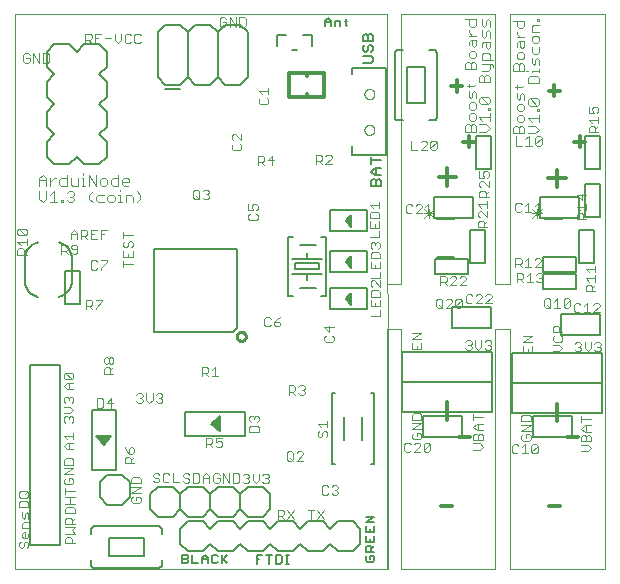
<source format=gto>
G75*
%MOIN*%
%OFA0B0*%
%FSLAX25Y25*%
%IPPOS*%
%LPD*%
%AMOC8*
5,1,8,0,0,1.08239X$1,22.5*
%
%ADD10C,0.00400*%
%ADD11C,0.00700*%
%ADD12C,0.00800*%
%ADD13C,0.00300*%
%ADD14C,0.01400*%
%ADD15C,0.00600*%
%ADD16C,0.01000*%
%ADD17C,0.00500*%
%ADD18C,0.00000*%
%ADD19C,0.01200*%
D10*
X0022595Y0027513D02*
X0022595Y0212513D01*
X0146595Y0212513D01*
X0146595Y0122513D01*
X0151095Y0122513D01*
X0151095Y0212513D01*
X0182595Y0212513D01*
X0182595Y0122513D01*
X0187595Y0122513D01*
X0187595Y0212513D01*
X0219095Y0212513D01*
X0219095Y0027513D01*
X0187595Y0027513D01*
X0187595Y0107513D01*
X0182595Y0107513D01*
X0182595Y0027513D01*
X0151095Y0027513D01*
X0151095Y0107513D01*
X0146595Y0107513D01*
X0146595Y0027513D01*
X0022595Y0027513D01*
X0024317Y0034662D02*
X0023792Y0035187D01*
X0023792Y0036235D01*
X0024317Y0036760D01*
X0025365Y0036235D02*
X0025890Y0036760D01*
X0026414Y0036760D01*
X0026938Y0036235D01*
X0026938Y0035187D01*
X0026414Y0034662D01*
X0025365Y0035187D02*
X0025365Y0036235D01*
X0025365Y0035187D02*
X0024841Y0034662D01*
X0024317Y0034662D01*
X0025365Y0037925D02*
X0024841Y0038449D01*
X0024841Y0039498D01*
X0025365Y0040022D01*
X0025890Y0040022D01*
X0025890Y0037925D01*
X0026414Y0037925D02*
X0025365Y0037925D01*
X0026414Y0037925D02*
X0026938Y0038449D01*
X0026938Y0039498D01*
X0026938Y0041187D02*
X0024841Y0041187D01*
X0024841Y0042760D01*
X0025365Y0043285D01*
X0026938Y0043285D01*
X0026938Y0044450D02*
X0026938Y0046023D01*
X0026414Y0046547D01*
X0025890Y0046023D01*
X0025890Y0044974D01*
X0025365Y0044450D01*
X0024841Y0044974D01*
X0024841Y0046547D01*
X0023749Y0048213D02*
X0023749Y0049786D01*
X0024274Y0050310D01*
X0026371Y0050310D01*
X0026895Y0049786D01*
X0026895Y0048213D01*
X0023749Y0048213D01*
X0024274Y0051475D02*
X0023749Y0052000D01*
X0023749Y0053048D01*
X0024274Y0053573D01*
X0026371Y0053573D01*
X0026895Y0053048D01*
X0026895Y0052000D01*
X0026371Y0051475D01*
X0024274Y0051475D01*
X0025847Y0052524D02*
X0026895Y0053573D01*
X0038792Y0056449D02*
X0039317Y0055925D01*
X0041414Y0055925D01*
X0041938Y0056449D01*
X0041938Y0057498D01*
X0041414Y0058022D01*
X0040365Y0058022D01*
X0040365Y0056974D01*
X0039317Y0058022D02*
X0038792Y0057498D01*
X0038792Y0056449D01*
X0039249Y0054835D02*
X0039249Y0052738D01*
X0039249Y0053787D02*
X0042395Y0053787D01*
X0042395Y0051573D02*
X0039249Y0051573D01*
X0040822Y0051573D02*
X0040822Y0049475D01*
X0039774Y0048310D02*
X0039249Y0047786D01*
X0039249Y0046213D01*
X0042395Y0046213D01*
X0042395Y0047786D01*
X0041871Y0048310D01*
X0039774Y0048310D01*
X0039249Y0049475D02*
X0042395Y0049475D01*
X0042395Y0044835D02*
X0041347Y0043787D01*
X0041347Y0044311D02*
X0041347Y0042738D01*
X0042395Y0042738D02*
X0039249Y0042738D01*
X0039249Y0044311D01*
X0039774Y0044835D01*
X0040822Y0044835D01*
X0041347Y0044311D01*
X0042395Y0041573D02*
X0039249Y0041573D01*
X0039249Y0039475D02*
X0042395Y0039475D01*
X0041347Y0040524D01*
X0042395Y0041573D01*
X0040822Y0038310D02*
X0041347Y0037786D01*
X0041347Y0036213D01*
X0042395Y0036213D02*
X0039249Y0036213D01*
X0039249Y0037786D01*
X0039774Y0038310D01*
X0040822Y0038310D01*
X0061249Y0050237D02*
X0061774Y0049713D01*
X0063871Y0049713D01*
X0064395Y0050237D01*
X0064395Y0051286D01*
X0063871Y0051810D01*
X0062822Y0051810D01*
X0062822Y0050761D01*
X0061774Y0051810D02*
X0061249Y0051286D01*
X0061249Y0050237D01*
X0061249Y0052975D02*
X0064395Y0055073D01*
X0061249Y0055073D01*
X0061249Y0056238D02*
X0061249Y0057811D01*
X0061774Y0058335D01*
X0063871Y0058335D01*
X0064395Y0057811D01*
X0064395Y0056238D01*
X0061249Y0056238D01*
X0061249Y0052975D02*
X0064395Y0052975D01*
X0068495Y0057037D02*
X0069020Y0056513D01*
X0070068Y0056513D01*
X0070593Y0057037D01*
X0070593Y0057561D01*
X0070068Y0058086D01*
X0069020Y0058086D01*
X0068495Y0058610D01*
X0068495Y0059134D01*
X0069020Y0059659D01*
X0070068Y0059659D01*
X0070593Y0059134D01*
X0071758Y0059134D02*
X0071758Y0057037D01*
X0072282Y0056513D01*
X0073331Y0056513D01*
X0073855Y0057037D01*
X0075020Y0056513D02*
X0077118Y0056513D01*
X0078495Y0056937D02*
X0079020Y0056413D01*
X0080068Y0056413D01*
X0080593Y0056937D01*
X0080593Y0057461D01*
X0080068Y0057986D01*
X0079020Y0057986D01*
X0078495Y0058510D01*
X0078495Y0059034D01*
X0079020Y0059559D01*
X0080068Y0059559D01*
X0080593Y0059034D01*
X0081758Y0059559D02*
X0081758Y0056413D01*
X0083331Y0056413D01*
X0083855Y0056937D01*
X0083855Y0059034D01*
X0083331Y0059559D01*
X0081758Y0059559D01*
X0085020Y0058510D02*
X0085020Y0056413D01*
X0085020Y0057986D02*
X0087118Y0057986D01*
X0087118Y0058510D02*
X0087118Y0056413D01*
X0088595Y0056937D02*
X0088595Y0059034D01*
X0089120Y0059559D01*
X0090168Y0059559D01*
X0090693Y0059034D01*
X0090693Y0057986D02*
X0089644Y0057986D01*
X0090693Y0057986D02*
X0090693Y0056937D01*
X0090168Y0056413D01*
X0089120Y0056413D01*
X0088595Y0056937D01*
X0087118Y0058510D02*
X0086069Y0059559D01*
X0085020Y0058510D01*
X0091858Y0059559D02*
X0091858Y0056413D01*
X0093955Y0056413D02*
X0091858Y0059559D01*
X0093955Y0059559D02*
X0093955Y0056413D01*
X0095120Y0056413D02*
X0095120Y0059559D01*
X0096693Y0059559D01*
X0097218Y0059034D01*
X0097218Y0056937D01*
X0096693Y0056413D01*
X0095120Y0056413D01*
X0098395Y0056837D02*
X0098920Y0056313D01*
X0099968Y0056313D01*
X0100493Y0056837D01*
X0100493Y0057361D01*
X0099968Y0057886D01*
X0099444Y0057886D01*
X0099968Y0057886D02*
X0100493Y0058410D01*
X0100493Y0058934D01*
X0099968Y0059459D01*
X0098920Y0059459D01*
X0098395Y0058934D01*
X0101658Y0059459D02*
X0101658Y0057361D01*
X0102706Y0056313D01*
X0103755Y0057361D01*
X0103755Y0059459D01*
X0104920Y0058934D02*
X0105445Y0059459D01*
X0106493Y0059459D01*
X0107018Y0058934D01*
X0107018Y0058410D01*
X0106493Y0057886D01*
X0107018Y0057361D01*
X0107018Y0056837D01*
X0106493Y0056313D01*
X0105445Y0056313D01*
X0104920Y0056837D01*
X0105969Y0057886D02*
X0106493Y0057886D01*
X0113045Y0064287D02*
X0113570Y0063763D01*
X0114618Y0063763D01*
X0115143Y0064287D01*
X0115143Y0066384D01*
X0114618Y0066909D01*
X0113570Y0066909D01*
X0113045Y0066384D01*
X0113045Y0064287D01*
X0114094Y0064811D02*
X0115143Y0063763D01*
X0116308Y0063763D02*
X0118405Y0065860D01*
X0118405Y0066384D01*
X0117881Y0066909D01*
X0116832Y0066909D01*
X0116308Y0066384D01*
X0116308Y0063763D02*
X0118405Y0063763D01*
X0123917Y0071588D02*
X0123392Y0072112D01*
X0123392Y0073160D01*
X0123917Y0073685D01*
X0124965Y0073160D02*
X0125490Y0073685D01*
X0126014Y0073685D01*
X0126538Y0073160D01*
X0126538Y0072112D01*
X0126014Y0071588D01*
X0124965Y0072112D02*
X0124965Y0073160D01*
X0124965Y0072112D02*
X0124441Y0071588D01*
X0123917Y0071588D01*
X0124441Y0074850D02*
X0123392Y0075899D01*
X0126538Y0075899D01*
X0126538Y0076947D02*
X0126538Y0074850D01*
X0118506Y0085719D02*
X0117457Y0085719D01*
X0116933Y0086244D01*
X0115767Y0085719D02*
X0114719Y0086768D01*
X0115243Y0086768D02*
X0113670Y0086768D01*
X0113670Y0085719D02*
X0113670Y0088865D01*
X0115243Y0088865D01*
X0115767Y0088341D01*
X0115767Y0087292D01*
X0115243Y0086768D01*
X0116933Y0088341D02*
X0117457Y0088865D01*
X0118506Y0088865D01*
X0119030Y0088341D01*
X0119030Y0087817D01*
X0118506Y0087292D01*
X0119030Y0086768D01*
X0119030Y0086244D01*
X0118506Y0085719D01*
X0118506Y0087292D02*
X0117981Y0087292D01*
X0103738Y0078223D02*
X0103738Y0077174D01*
X0103214Y0076650D01*
X0103214Y0075485D02*
X0101117Y0075485D01*
X0100592Y0074960D01*
X0100592Y0073388D01*
X0103738Y0073388D01*
X0103738Y0074960D01*
X0103214Y0075485D01*
X0101117Y0076650D02*
X0100592Y0077174D01*
X0100592Y0078223D01*
X0101117Y0078747D01*
X0101641Y0078747D01*
X0102165Y0078223D01*
X0102690Y0078747D01*
X0103214Y0078747D01*
X0103738Y0078223D01*
X0102165Y0078223D02*
X0102165Y0077699D01*
X0091430Y0071415D02*
X0089333Y0071415D01*
X0089333Y0069842D01*
X0090381Y0070367D01*
X0090906Y0070367D01*
X0091430Y0069842D01*
X0091430Y0068794D01*
X0090906Y0068269D01*
X0089857Y0068269D01*
X0089333Y0068794D01*
X0088167Y0068269D02*
X0087119Y0069318D01*
X0087643Y0069318D02*
X0086070Y0069318D01*
X0086070Y0068269D02*
X0086070Y0071415D01*
X0087643Y0071415D01*
X0088167Y0070891D01*
X0088167Y0069842D01*
X0087643Y0069318D01*
X0075020Y0059659D02*
X0075020Y0056513D01*
X0073855Y0059134D02*
X0073331Y0059659D01*
X0072282Y0059659D01*
X0071758Y0059134D01*
X0062145Y0062863D02*
X0058999Y0062863D01*
X0058999Y0064436D01*
X0059524Y0064960D01*
X0060572Y0064960D01*
X0061097Y0064436D01*
X0061097Y0062863D01*
X0061097Y0063911D02*
X0062145Y0064960D01*
X0061621Y0066125D02*
X0062145Y0066650D01*
X0062145Y0067698D01*
X0061621Y0068223D01*
X0061097Y0068223D01*
X0060572Y0067698D01*
X0060572Y0066125D01*
X0061621Y0066125D01*
X0060572Y0066125D02*
X0059524Y0067174D01*
X0058999Y0068223D01*
X0054606Y0081369D02*
X0054606Y0084515D01*
X0053033Y0082942D01*
X0055130Y0082942D01*
X0051867Y0081894D02*
X0051867Y0083991D01*
X0051343Y0084515D01*
X0049770Y0084515D01*
X0049770Y0081369D01*
X0051343Y0081369D01*
X0051867Y0081894D01*
X0041895Y0080774D02*
X0040847Y0079725D01*
X0038749Y0079725D01*
X0039274Y0078560D02*
X0039798Y0078560D01*
X0040322Y0078036D01*
X0040847Y0078560D01*
X0041371Y0078560D01*
X0041895Y0078036D01*
X0041895Y0076987D01*
X0041371Y0076463D01*
X0040322Y0077511D02*
X0040322Y0078036D01*
X0039274Y0078560D02*
X0038749Y0078036D01*
X0038749Y0076987D01*
X0039274Y0076463D01*
X0041895Y0073073D02*
X0041895Y0070975D01*
X0041895Y0072024D02*
X0038749Y0072024D01*
X0039798Y0070975D01*
X0039798Y0069810D02*
X0041895Y0069810D01*
X0040322Y0069810D02*
X0040322Y0067713D01*
X0039798Y0067713D02*
X0038749Y0068761D01*
X0039798Y0069810D01*
X0039798Y0067713D02*
X0041895Y0067713D01*
X0041414Y0064547D02*
X0039317Y0064547D01*
X0038792Y0064023D01*
X0038792Y0062450D01*
X0041938Y0062450D01*
X0041938Y0064023D01*
X0041414Y0064547D01*
X0041938Y0061285D02*
X0038792Y0061285D01*
X0038792Y0059187D02*
X0041938Y0061285D01*
X0041938Y0059187D02*
X0038792Y0059187D01*
X0041895Y0080774D02*
X0040847Y0081823D01*
X0038749Y0081823D01*
X0039274Y0082988D02*
X0038749Y0083512D01*
X0038749Y0084561D01*
X0039274Y0085085D01*
X0039798Y0085085D01*
X0040322Y0084561D01*
X0040847Y0085085D01*
X0041371Y0085085D01*
X0041895Y0084561D01*
X0041895Y0083512D01*
X0041371Y0082988D01*
X0040322Y0084037D02*
X0040322Y0084561D01*
X0040322Y0087713D02*
X0040322Y0089810D01*
X0039798Y0089810D02*
X0041895Y0089810D01*
X0041371Y0090975D02*
X0039274Y0090975D01*
X0038749Y0091500D01*
X0038749Y0092548D01*
X0039274Y0093073D01*
X0041371Y0090975D01*
X0041895Y0091500D01*
X0041895Y0092548D01*
X0041371Y0093073D01*
X0039274Y0093073D01*
X0039798Y0089810D02*
X0038749Y0088761D01*
X0039798Y0087713D01*
X0041895Y0087713D01*
X0052142Y0092837D02*
X0052142Y0094410D01*
X0052667Y0094935D01*
X0053715Y0094935D01*
X0054240Y0094410D01*
X0054240Y0092837D01*
X0055288Y0092837D02*
X0052142Y0092837D01*
X0054240Y0093886D02*
X0055288Y0094935D01*
X0054764Y0096100D02*
X0055288Y0096624D01*
X0055288Y0097673D01*
X0054764Y0098197D01*
X0054240Y0098197D01*
X0053715Y0097673D01*
X0053715Y0096624D01*
X0053191Y0096100D01*
X0052667Y0096100D01*
X0052142Y0096624D01*
X0052142Y0097673D01*
X0052667Y0098197D01*
X0053191Y0098197D01*
X0053715Y0097673D01*
X0053715Y0096624D02*
X0054240Y0096100D01*
X0054764Y0096100D01*
X0063482Y0086265D02*
X0064530Y0086265D01*
X0065055Y0085741D01*
X0065055Y0085217D01*
X0064530Y0084692D01*
X0065055Y0084168D01*
X0065055Y0083644D01*
X0064530Y0083119D01*
X0063482Y0083119D01*
X0062957Y0083644D01*
X0064006Y0084692D02*
X0064530Y0084692D01*
X0066220Y0084168D02*
X0067269Y0083119D01*
X0068317Y0084168D01*
X0068317Y0086265D01*
X0069483Y0085741D02*
X0070007Y0086265D01*
X0071056Y0086265D01*
X0071580Y0085741D01*
X0071580Y0085217D01*
X0071056Y0084692D01*
X0071580Y0084168D01*
X0071580Y0083644D01*
X0071056Y0083119D01*
X0070007Y0083119D01*
X0069483Y0083644D01*
X0070531Y0084692D02*
X0071056Y0084692D01*
X0066220Y0084168D02*
X0066220Y0086265D01*
X0063482Y0086265D02*
X0062957Y0085741D01*
X0084845Y0091863D02*
X0084845Y0095009D01*
X0086418Y0095009D01*
X0086943Y0094484D01*
X0086943Y0093436D01*
X0086418Y0092911D01*
X0084845Y0092911D01*
X0085894Y0092911D02*
X0086943Y0091863D01*
X0088108Y0091863D02*
X0090205Y0091863D01*
X0089156Y0091863D02*
X0089156Y0095009D01*
X0088108Y0093960D01*
X0105570Y0109044D02*
X0105570Y0111141D01*
X0106094Y0111665D01*
X0107143Y0111665D01*
X0107667Y0111141D01*
X0108833Y0110092D02*
X0108833Y0109044D01*
X0109357Y0108519D01*
X0110406Y0108519D01*
X0110930Y0109044D01*
X0110930Y0109568D01*
X0110406Y0110092D01*
X0108833Y0110092D01*
X0109881Y0111141D01*
X0110930Y0111665D01*
X0107667Y0109044D02*
X0107143Y0108519D01*
X0106094Y0108519D01*
X0105570Y0109044D01*
X0125492Y0108223D02*
X0127065Y0106650D01*
X0127065Y0108747D01*
X0128638Y0108223D02*
X0125492Y0108223D01*
X0126017Y0105485D02*
X0125492Y0104960D01*
X0125492Y0103912D01*
X0126017Y0103387D01*
X0128114Y0103387D01*
X0128638Y0103912D01*
X0128638Y0104960D01*
X0128114Y0105485D01*
X0140999Y0111963D02*
X0144145Y0111963D01*
X0144145Y0114060D01*
X0144145Y0115225D02*
X0144145Y0117323D01*
X0144145Y0118488D02*
X0144145Y0120061D01*
X0143621Y0120585D01*
X0141524Y0120585D01*
X0140999Y0120061D01*
X0140999Y0118488D01*
X0144145Y0118488D01*
X0142572Y0116274D02*
X0142572Y0115225D01*
X0140999Y0115225D02*
X0140999Y0117323D01*
X0140999Y0115225D02*
X0144145Y0115225D01*
X0144145Y0121751D02*
X0142048Y0123848D01*
X0141524Y0123848D01*
X0140999Y0123324D01*
X0140999Y0122275D01*
X0141524Y0121751D01*
X0144145Y0121751D02*
X0144145Y0123848D01*
X0144145Y0124713D02*
X0144145Y0126810D01*
X0144145Y0127975D02*
X0144145Y0130073D01*
X0144145Y0131238D02*
X0144145Y0132811D01*
X0143621Y0133335D01*
X0141524Y0133335D01*
X0140999Y0132811D01*
X0140999Y0131238D01*
X0144145Y0131238D01*
X0142572Y0129024D02*
X0142572Y0127975D01*
X0140999Y0127975D02*
X0140999Y0130073D01*
X0140999Y0127975D02*
X0144145Y0127975D01*
X0144145Y0124713D02*
X0140999Y0124713D01*
X0141524Y0134501D02*
X0140999Y0135025D01*
X0140999Y0136074D01*
X0141524Y0136598D01*
X0142048Y0136598D01*
X0142572Y0136074D01*
X0143097Y0136598D01*
X0143621Y0136598D01*
X0144145Y0136074D01*
X0144145Y0135025D01*
X0143621Y0134501D01*
X0142572Y0135549D02*
X0142572Y0136074D01*
X0143895Y0138213D02*
X0140749Y0138213D01*
X0140749Y0141475D02*
X0143895Y0141475D01*
X0143895Y0143573D01*
X0143895Y0144738D02*
X0143895Y0146311D01*
X0143371Y0146835D01*
X0141274Y0146835D01*
X0140749Y0146311D01*
X0140749Y0144738D01*
X0143895Y0144738D01*
X0142322Y0142524D02*
X0142322Y0141475D01*
X0140749Y0141475D02*
X0140749Y0143573D01*
X0143895Y0140310D02*
X0143895Y0138213D01*
X0143895Y0148001D02*
X0143895Y0150098D01*
X0143895Y0149049D02*
X0140749Y0149049D01*
X0141798Y0148001D01*
X0152795Y0148798D02*
X0152795Y0146730D01*
X0153312Y0146213D01*
X0154346Y0146213D01*
X0154864Y0146730D01*
X0156018Y0146213D02*
X0158086Y0148281D01*
X0158086Y0148798D01*
X0157569Y0149315D01*
X0156535Y0149315D01*
X0156018Y0148798D01*
X0154864Y0148798D02*
X0154346Y0149315D01*
X0153312Y0149315D01*
X0152795Y0148798D01*
X0156018Y0146213D02*
X0158086Y0146213D01*
X0159241Y0146213D02*
X0161309Y0146213D01*
X0160275Y0146213D02*
X0160275Y0149315D01*
X0159241Y0148281D01*
X0176793Y0149192D02*
X0177827Y0148158D01*
X0177827Y0147004D02*
X0177310Y0147004D01*
X0176793Y0146487D01*
X0176793Y0145453D01*
X0177310Y0144936D01*
X0177310Y0143781D02*
X0178344Y0143781D01*
X0178861Y0143264D01*
X0178861Y0141713D01*
X0178861Y0142747D02*
X0179895Y0143781D01*
X0179895Y0144936D02*
X0177827Y0147004D01*
X0179895Y0147004D02*
X0179895Y0144936D01*
X0177310Y0143781D02*
X0176793Y0143264D01*
X0176793Y0141713D01*
X0179895Y0141713D01*
X0179895Y0148158D02*
X0179895Y0150227D01*
X0179895Y0149192D02*
X0176793Y0149192D01*
X0177293Y0151713D02*
X0177293Y0153264D01*
X0177810Y0153781D01*
X0178844Y0153781D01*
X0179361Y0153264D01*
X0179361Y0151713D01*
X0179361Y0152747D02*
X0180395Y0153781D01*
X0180395Y0154936D02*
X0178327Y0157004D01*
X0177810Y0157004D01*
X0177293Y0156487D01*
X0177293Y0155453D01*
X0177810Y0154936D01*
X0180395Y0154936D02*
X0180395Y0157004D01*
X0179878Y0158158D02*
X0180395Y0158675D01*
X0180395Y0159710D01*
X0179878Y0160227D01*
X0178844Y0160227D01*
X0178327Y0159710D01*
X0178327Y0159192D01*
X0178844Y0158158D01*
X0177293Y0158158D01*
X0177293Y0160227D01*
X0177293Y0151713D02*
X0180395Y0151713D01*
X0189295Y0149298D02*
X0189295Y0147230D01*
X0189812Y0146713D01*
X0190846Y0146713D01*
X0191364Y0147230D01*
X0192518Y0146713D02*
X0194586Y0146713D01*
X0193552Y0146713D02*
X0193552Y0149815D01*
X0192518Y0148781D01*
X0191364Y0149298D02*
X0190846Y0149815D01*
X0189812Y0149815D01*
X0189295Y0149298D01*
X0195741Y0148781D02*
X0196775Y0149815D01*
X0196775Y0146713D01*
X0195741Y0146713D02*
X0197809Y0146713D01*
X0209793Y0145764D02*
X0209793Y0144213D01*
X0212895Y0144213D01*
X0211861Y0144213D02*
X0211861Y0145764D01*
X0211344Y0146281D01*
X0210310Y0146281D01*
X0209793Y0145764D01*
X0210827Y0147436D02*
X0209793Y0148470D01*
X0212895Y0148470D01*
X0212895Y0147436D02*
X0212895Y0149504D01*
X0211344Y0150658D02*
X0211344Y0152727D01*
X0212895Y0152210D02*
X0209793Y0152210D01*
X0211344Y0150658D01*
X0212895Y0146281D02*
X0211861Y0145247D01*
X0197809Y0130798D02*
X0197292Y0131315D01*
X0196258Y0131315D01*
X0195741Y0130798D01*
X0197809Y0130798D02*
X0197809Y0130281D01*
X0195741Y0128213D01*
X0197809Y0128213D01*
X0197792Y0126315D02*
X0198309Y0125798D01*
X0198309Y0125281D01*
X0197792Y0124764D01*
X0198309Y0124247D01*
X0198309Y0123730D01*
X0197792Y0123213D01*
X0196758Y0123213D01*
X0196241Y0123730D01*
X0195086Y0123213D02*
X0193018Y0123213D01*
X0194052Y0123213D02*
X0194052Y0126315D01*
X0193018Y0125281D01*
X0191864Y0124764D02*
X0191346Y0124247D01*
X0189795Y0124247D01*
X0189795Y0123213D02*
X0189795Y0126315D01*
X0191346Y0126315D01*
X0191864Y0125798D01*
X0191864Y0124764D01*
X0190829Y0124247D02*
X0191864Y0123213D01*
X0191364Y0128213D02*
X0190329Y0129247D01*
X0190846Y0129247D02*
X0189295Y0129247D01*
X0189295Y0128213D02*
X0189295Y0131315D01*
X0190846Y0131315D01*
X0191364Y0130798D01*
X0191364Y0129764D01*
X0190846Y0129247D01*
X0192518Y0130281D02*
X0193552Y0131315D01*
X0193552Y0128213D01*
X0192518Y0128213D02*
X0194586Y0128213D01*
X0196758Y0126315D02*
X0196241Y0125798D01*
X0196758Y0126315D02*
X0197792Y0126315D01*
X0197792Y0124764D02*
X0197275Y0124764D01*
X0199320Y0117859D02*
X0200368Y0117859D01*
X0200893Y0117334D01*
X0200893Y0115237D01*
X0200368Y0114713D01*
X0199320Y0114713D01*
X0198795Y0115237D01*
X0198795Y0117334D01*
X0199320Y0117859D01*
X0199844Y0115761D02*
X0200893Y0114713D01*
X0202058Y0114713D02*
X0204155Y0114713D01*
X0203106Y0114713D02*
X0203106Y0117859D01*
X0202058Y0116810D01*
X0205320Y0117334D02*
X0205320Y0115237D01*
X0207418Y0117334D01*
X0207418Y0115237D01*
X0206893Y0114713D01*
X0205845Y0114713D01*
X0205320Y0115237D01*
X0205320Y0117334D02*
X0205845Y0117859D01*
X0206893Y0117859D01*
X0207418Y0117334D01*
X0208795Y0115798D02*
X0208795Y0113730D01*
X0209312Y0113213D01*
X0210346Y0113213D01*
X0210864Y0113730D01*
X0212018Y0113213D02*
X0214086Y0113213D01*
X0213052Y0113213D02*
X0213052Y0116315D01*
X0212018Y0115281D01*
X0210864Y0115798D02*
X0210346Y0116315D01*
X0209312Y0116315D01*
X0208795Y0115798D01*
X0212749Y0120213D02*
X0212749Y0121786D01*
X0213274Y0122310D01*
X0214322Y0122310D01*
X0214847Y0121786D01*
X0214847Y0120213D01*
X0215895Y0120213D02*
X0212749Y0120213D01*
X0214847Y0121261D02*
X0215895Y0122310D01*
X0215895Y0123475D02*
X0215895Y0125573D01*
X0215895Y0124524D02*
X0212749Y0124524D01*
X0213798Y0123475D01*
X0213798Y0126738D02*
X0212749Y0127787D01*
X0215895Y0127787D01*
X0215895Y0128835D02*
X0215895Y0126738D01*
X0215758Y0116315D02*
X0215241Y0115798D01*
X0215758Y0116315D02*
X0216792Y0116315D01*
X0217309Y0115798D01*
X0217309Y0115281D01*
X0215241Y0113213D01*
X0217309Y0113213D01*
X0217143Y0103359D02*
X0216095Y0103359D01*
X0215570Y0102834D01*
X0214405Y0103359D02*
X0214405Y0101261D01*
X0213356Y0100213D01*
X0212308Y0101261D01*
X0212308Y0103359D01*
X0211143Y0102834D02*
X0211143Y0102310D01*
X0210618Y0101786D01*
X0211143Y0101261D01*
X0211143Y0100737D01*
X0210618Y0100213D01*
X0209570Y0100213D01*
X0209045Y0100737D01*
X0210094Y0101786D02*
X0210618Y0101786D01*
X0211143Y0102834D02*
X0210618Y0103359D01*
X0209570Y0103359D01*
X0209045Y0102834D01*
X0204938Y0103962D02*
X0204414Y0103437D01*
X0202317Y0103437D01*
X0201792Y0103962D01*
X0201792Y0105010D01*
X0202317Y0105535D01*
X0201792Y0106700D02*
X0201792Y0108273D01*
X0202317Y0108797D01*
X0203365Y0108797D01*
X0203890Y0108273D01*
X0203890Y0106700D01*
X0204938Y0106700D02*
X0201792Y0106700D01*
X0204414Y0105535D02*
X0204938Y0105010D01*
X0204938Y0103962D01*
X0203890Y0102272D02*
X0201792Y0102272D01*
X0201792Y0100175D02*
X0203890Y0100175D01*
X0204938Y0101224D01*
X0203890Y0102272D01*
X0194938Y0102035D02*
X0194938Y0099937D01*
X0191792Y0099937D01*
X0191792Y0102035D01*
X0191792Y0103200D02*
X0194938Y0105297D01*
X0191792Y0105297D01*
X0191792Y0103200D02*
X0194938Y0103200D01*
X0193365Y0100986D02*
X0193365Y0099937D01*
X0181168Y0101237D02*
X0180643Y0100713D01*
X0179595Y0100713D01*
X0179070Y0101237D01*
X0177905Y0101761D02*
X0177905Y0103859D01*
X0179070Y0103334D02*
X0179595Y0103859D01*
X0180643Y0103859D01*
X0181168Y0103334D01*
X0181168Y0102810D01*
X0180643Y0102286D01*
X0181168Y0101761D01*
X0181168Y0101237D01*
X0180643Y0102286D02*
X0180119Y0102286D01*
X0177905Y0101761D02*
X0176856Y0100713D01*
X0175808Y0101761D01*
X0175808Y0103859D01*
X0174643Y0103334D02*
X0174643Y0102810D01*
X0174118Y0102286D01*
X0174643Y0101761D01*
X0174643Y0101237D01*
X0174118Y0100713D01*
X0173070Y0100713D01*
X0172545Y0101237D01*
X0173594Y0102286D02*
X0174118Y0102286D01*
X0174643Y0103334D02*
X0174118Y0103859D01*
X0173070Y0103859D01*
X0172545Y0103334D01*
X0170792Y0114713D02*
X0169758Y0114713D01*
X0169241Y0115230D01*
X0171309Y0117298D01*
X0171309Y0115230D01*
X0170792Y0114713D01*
X0169241Y0115230D02*
X0169241Y0117298D01*
X0169758Y0117815D01*
X0170792Y0117815D01*
X0171309Y0117298D01*
X0172795Y0116730D02*
X0173312Y0116213D01*
X0174346Y0116213D01*
X0174864Y0116730D01*
X0176018Y0116213D02*
X0178086Y0118281D01*
X0178086Y0118798D01*
X0177569Y0119315D01*
X0176535Y0119315D01*
X0176018Y0118798D01*
X0174864Y0118798D02*
X0174346Y0119315D01*
X0173312Y0119315D01*
X0172795Y0118798D01*
X0172795Y0116730D01*
X0176018Y0116213D02*
X0178086Y0116213D01*
X0179241Y0116213D02*
X0181309Y0118281D01*
X0181309Y0118798D01*
X0180792Y0119315D01*
X0179758Y0119315D01*
X0179241Y0118798D01*
X0179241Y0116213D02*
X0181309Y0116213D01*
X0172809Y0122213D02*
X0170741Y0122213D01*
X0172809Y0124281D01*
X0172809Y0124798D01*
X0172292Y0125315D01*
X0171258Y0125315D01*
X0170741Y0124798D01*
X0169586Y0124798D02*
X0169069Y0125315D01*
X0168035Y0125315D01*
X0167518Y0124798D01*
X0166364Y0124798D02*
X0166364Y0123764D01*
X0165846Y0123247D01*
X0164295Y0123247D01*
X0164295Y0122213D02*
X0164295Y0125315D01*
X0165846Y0125315D01*
X0166364Y0124798D01*
X0165329Y0123247D02*
X0166364Y0122213D01*
X0167518Y0122213D02*
X0169586Y0124281D01*
X0169586Y0124798D01*
X0169586Y0122213D02*
X0167518Y0122213D01*
X0167569Y0117815D02*
X0166535Y0117815D01*
X0166018Y0117298D01*
X0164864Y0117298D02*
X0164864Y0115230D01*
X0164346Y0114713D01*
X0163312Y0114713D01*
X0162795Y0115230D01*
X0162795Y0117298D01*
X0163312Y0117815D01*
X0164346Y0117815D01*
X0164864Y0117298D01*
X0163829Y0115747D02*
X0164864Y0114713D01*
X0166018Y0114713D02*
X0168086Y0116781D01*
X0168086Y0117298D01*
X0167569Y0117815D01*
X0168086Y0114713D02*
X0166018Y0114713D01*
X0157938Y0106297D02*
X0154792Y0106297D01*
X0154792Y0104200D02*
X0157938Y0106297D01*
X0157938Y0104200D02*
X0154792Y0104200D01*
X0154792Y0103035D02*
X0154792Y0100937D01*
X0157938Y0100937D01*
X0157938Y0103035D01*
X0156365Y0101986D02*
X0156365Y0100937D01*
X0155317Y0079547D02*
X0154792Y0079023D01*
X0154792Y0077450D01*
X0157938Y0077450D01*
X0157938Y0079023D01*
X0157414Y0079547D01*
X0155317Y0079547D01*
X0154792Y0076285D02*
X0157938Y0076285D01*
X0154792Y0074188D01*
X0157938Y0074188D01*
X0157414Y0073022D02*
X0156365Y0073022D01*
X0156365Y0071974D01*
X0155317Y0073022D02*
X0154792Y0072498D01*
X0154792Y0071449D01*
X0155317Y0070925D01*
X0157414Y0070925D01*
X0157938Y0071449D01*
X0157938Y0072498D01*
X0157414Y0073022D01*
X0157069Y0069815D02*
X0156035Y0069815D01*
X0155518Y0069298D01*
X0154364Y0069298D02*
X0153846Y0069815D01*
X0152812Y0069815D01*
X0152295Y0069298D01*
X0152295Y0067230D01*
X0152812Y0066713D01*
X0153846Y0066713D01*
X0154364Y0067230D01*
X0155518Y0066713D02*
X0157586Y0068781D01*
X0157586Y0069298D01*
X0157069Y0069815D01*
X0158741Y0069298D02*
X0159258Y0069815D01*
X0160292Y0069815D01*
X0160809Y0069298D01*
X0158741Y0067230D01*
X0159258Y0066713D01*
X0160292Y0066713D01*
X0160809Y0067230D01*
X0160809Y0069298D01*
X0158741Y0069298D02*
X0158741Y0067230D01*
X0157586Y0066713D02*
X0155518Y0066713D01*
X0175292Y0067412D02*
X0177390Y0067412D01*
X0178438Y0068461D01*
X0177390Y0069510D01*
X0175292Y0069510D01*
X0175292Y0070675D02*
X0175292Y0072248D01*
X0175817Y0072772D01*
X0176341Y0072772D01*
X0176865Y0072248D01*
X0176865Y0070675D01*
X0178438Y0070675D02*
X0175292Y0070675D01*
X0176865Y0072248D02*
X0177390Y0072772D01*
X0177914Y0072772D01*
X0178438Y0072248D01*
X0178438Y0070675D01*
X0178438Y0073937D02*
X0176341Y0073937D01*
X0175292Y0074986D01*
X0176341Y0076035D01*
X0178438Y0076035D01*
X0176865Y0076035D02*
X0176865Y0073937D01*
X0175292Y0077200D02*
X0175292Y0079297D01*
X0175292Y0078249D02*
X0178438Y0078249D01*
X0188127Y0068798D02*
X0188127Y0066730D01*
X0188644Y0066213D01*
X0189678Y0066213D01*
X0190195Y0066730D01*
X0191350Y0066213D02*
X0193418Y0066213D01*
X0192384Y0066213D02*
X0192384Y0069315D01*
X0191350Y0068281D01*
X0190195Y0068798D02*
X0189678Y0069315D01*
X0188644Y0069315D01*
X0188127Y0068798D01*
X0191292Y0070949D02*
X0191817Y0070425D01*
X0193914Y0070425D01*
X0194438Y0070949D01*
X0194438Y0071998D01*
X0193914Y0072522D01*
X0192865Y0072522D01*
X0192865Y0071474D01*
X0191817Y0072522D02*
X0191292Y0071998D01*
X0191292Y0070949D01*
X0191292Y0073688D02*
X0194438Y0075785D01*
X0191292Y0075785D01*
X0191292Y0076950D02*
X0191292Y0078523D01*
X0191817Y0079047D01*
X0193914Y0079047D01*
X0194438Y0078523D01*
X0194438Y0076950D01*
X0191292Y0076950D01*
X0191292Y0073688D02*
X0194438Y0073688D01*
X0195090Y0069315D02*
X0196124Y0069315D01*
X0196641Y0068798D01*
X0194572Y0066730D01*
X0195090Y0066213D01*
X0196124Y0066213D01*
X0196641Y0066730D01*
X0196641Y0068798D01*
X0195090Y0069315D02*
X0194572Y0068798D01*
X0194572Y0066730D01*
X0211292Y0066912D02*
X0213390Y0066912D01*
X0214438Y0067961D01*
X0213390Y0069010D01*
X0211292Y0069010D01*
X0211292Y0070175D02*
X0211292Y0071748D01*
X0211817Y0072272D01*
X0212341Y0072272D01*
X0212865Y0071748D01*
X0212865Y0070175D01*
X0214438Y0070175D02*
X0211292Y0070175D01*
X0212865Y0071748D02*
X0213390Y0072272D01*
X0213914Y0072272D01*
X0214438Y0071748D01*
X0214438Y0070175D01*
X0214438Y0073437D02*
X0212341Y0073437D01*
X0211292Y0074486D01*
X0212341Y0075535D01*
X0214438Y0075535D01*
X0212865Y0075535D02*
X0212865Y0073437D01*
X0211292Y0076700D02*
X0211292Y0078797D01*
X0211292Y0077749D02*
X0214438Y0077749D01*
X0216095Y0100213D02*
X0215570Y0100737D01*
X0216095Y0100213D02*
X0217143Y0100213D01*
X0217668Y0100737D01*
X0217668Y0101261D01*
X0217143Y0101786D01*
X0216619Y0101786D01*
X0217143Y0101786D02*
X0217668Y0102310D01*
X0217668Y0102834D01*
X0217143Y0103359D01*
X0162466Y0167347D02*
X0161432Y0167347D01*
X0160915Y0167864D01*
X0162983Y0169932D01*
X0162983Y0167864D01*
X0162466Y0167347D01*
X0160915Y0167864D02*
X0160915Y0169932D01*
X0161432Y0170449D01*
X0162466Y0170449D01*
X0162983Y0169932D01*
X0159761Y0169932D02*
X0159244Y0170449D01*
X0158209Y0170449D01*
X0157692Y0169932D01*
X0159761Y0169932D02*
X0159761Y0169415D01*
X0157692Y0167347D01*
X0159761Y0167347D01*
X0156538Y0167347D02*
X0154469Y0167347D01*
X0154469Y0170449D01*
X0172542Y0173463D02*
X0172542Y0175264D01*
X0173143Y0175865D01*
X0173743Y0175865D01*
X0174344Y0175264D01*
X0174344Y0173463D01*
X0176145Y0173463D02*
X0172542Y0173463D01*
X0174344Y0175264D02*
X0174944Y0175865D01*
X0175545Y0175865D01*
X0176145Y0175264D01*
X0176145Y0173463D01*
X0177042Y0173463D02*
X0179444Y0173463D01*
X0180645Y0174664D01*
X0179444Y0175865D01*
X0177042Y0175865D01*
X0178243Y0177146D02*
X0177042Y0178347D01*
X0180645Y0178347D01*
X0180645Y0177146D02*
X0180645Y0179548D01*
X0180645Y0180829D02*
X0180645Y0181430D01*
X0180045Y0181430D01*
X0180045Y0180829D01*
X0180645Y0180829D01*
X0180045Y0182671D02*
X0177643Y0182671D01*
X0177042Y0183271D01*
X0177042Y0184472D01*
X0177643Y0185073D01*
X0180045Y0182671D01*
X0180645Y0183271D01*
X0180645Y0184472D01*
X0180045Y0185073D01*
X0177643Y0185073D01*
X0176145Y0184512D02*
X0176145Y0186314D01*
X0175545Y0186914D01*
X0174944Y0186314D01*
X0174944Y0185113D01*
X0174344Y0184512D01*
X0173743Y0185113D01*
X0173743Y0186914D01*
X0173743Y0188195D02*
X0173743Y0189396D01*
X0173143Y0188796D02*
X0175545Y0188796D01*
X0176145Y0189396D01*
X0177042Y0190037D02*
X0177042Y0191838D01*
X0177643Y0192439D01*
X0178243Y0192439D01*
X0178844Y0191838D01*
X0178844Y0190037D01*
X0180645Y0190037D02*
X0177042Y0190037D01*
X0178844Y0191838D02*
X0179444Y0192439D01*
X0180045Y0192439D01*
X0180645Y0191838D01*
X0180645Y0190037D01*
X0180045Y0193720D02*
X0178243Y0193720D01*
X0180045Y0193720D02*
X0180645Y0194321D01*
X0180645Y0196122D01*
X0181246Y0196122D02*
X0178243Y0196122D01*
X0178243Y0197403D02*
X0178243Y0199205D01*
X0178844Y0199805D01*
X0180045Y0199805D01*
X0180645Y0199205D01*
X0180645Y0197403D01*
X0181846Y0197403D02*
X0178243Y0197403D01*
X0176145Y0198618D02*
X0175545Y0198017D01*
X0174344Y0198017D01*
X0173743Y0198618D01*
X0173743Y0199819D01*
X0174344Y0200419D01*
X0175545Y0200419D01*
X0176145Y0199819D01*
X0176145Y0198618D01*
X0175545Y0196736D02*
X0176145Y0196135D01*
X0176145Y0194334D01*
X0172542Y0194334D01*
X0172542Y0196135D01*
X0173143Y0196736D01*
X0173743Y0196736D01*
X0174344Y0196135D01*
X0174344Y0194334D01*
X0174344Y0196135D02*
X0174944Y0196736D01*
X0175545Y0196736D01*
X0175545Y0201700D02*
X0174944Y0202301D01*
X0174944Y0204102D01*
X0174344Y0204102D02*
X0176145Y0204102D01*
X0176145Y0202301D01*
X0175545Y0201700D01*
X0173743Y0202301D02*
X0173743Y0203502D01*
X0174344Y0204102D01*
X0174944Y0205383D02*
X0173743Y0206584D01*
X0173743Y0207185D01*
X0174344Y0208453D02*
X0173743Y0209053D01*
X0173743Y0210855D01*
X0172542Y0210855D02*
X0176145Y0210855D01*
X0176145Y0209053D01*
X0175545Y0208453D01*
X0174344Y0208453D01*
X0173743Y0205383D02*
X0176145Y0205383D01*
X0178243Y0205370D02*
X0178844Y0204769D01*
X0179444Y0205370D01*
X0179444Y0206571D01*
X0180045Y0207172D01*
X0180645Y0206571D01*
X0180645Y0204769D01*
X0180645Y0203488D02*
X0180645Y0201687D01*
X0180045Y0201086D01*
X0179444Y0201687D01*
X0179444Y0203488D01*
X0178844Y0203488D02*
X0180645Y0203488D01*
X0178844Y0203488D02*
X0178243Y0202888D01*
X0178243Y0201687D01*
X0178243Y0205370D02*
X0178243Y0207172D01*
X0178844Y0208453D02*
X0178243Y0209053D01*
X0178243Y0210855D01*
X0179444Y0210254D02*
X0179444Y0209053D01*
X0178844Y0208453D01*
X0180645Y0208453D02*
X0180645Y0210254D01*
X0180045Y0210855D01*
X0179444Y0210254D01*
X0188542Y0210355D02*
X0192145Y0210355D01*
X0192145Y0208553D01*
X0191545Y0207953D01*
X0190344Y0207953D01*
X0189743Y0208553D01*
X0189743Y0210355D01*
X0189743Y0206685D02*
X0189743Y0206084D01*
X0190944Y0204883D01*
X0192145Y0204883D02*
X0189743Y0204883D01*
X0190344Y0203602D02*
X0189743Y0203002D01*
X0189743Y0201801D01*
X0190944Y0201801D02*
X0190944Y0203602D01*
X0190344Y0203602D02*
X0192145Y0203602D01*
X0192145Y0201801D01*
X0191545Y0201200D01*
X0190944Y0201801D01*
X0190344Y0199919D02*
X0189743Y0199319D01*
X0189743Y0198118D01*
X0190344Y0197517D01*
X0191545Y0197517D01*
X0192145Y0198118D01*
X0192145Y0199319D01*
X0191545Y0199919D01*
X0190344Y0199919D01*
X0190944Y0196236D02*
X0191545Y0196236D01*
X0192145Y0195635D01*
X0192145Y0193834D01*
X0188542Y0193834D01*
X0188542Y0195635D01*
X0189143Y0196236D01*
X0189743Y0196236D01*
X0190344Y0195635D01*
X0190344Y0193834D01*
X0190344Y0195635D02*
X0190944Y0196236D01*
X0192942Y0193821D02*
X0193542Y0193821D01*
X0194743Y0193821D02*
X0197145Y0193821D01*
X0197145Y0194421D02*
X0197145Y0193220D01*
X0196545Y0191939D02*
X0194143Y0191939D01*
X0193542Y0191338D01*
X0193542Y0189537D01*
X0197145Y0189537D01*
X0197145Y0191338D01*
X0196545Y0191939D01*
X0194743Y0193220D02*
X0194743Y0193821D01*
X0195344Y0195675D02*
X0194743Y0196276D01*
X0194743Y0198078D01*
X0195944Y0197477D02*
X0195944Y0196276D01*
X0195344Y0195675D01*
X0197145Y0195675D02*
X0197145Y0197477D01*
X0196545Y0198078D01*
X0195944Y0197477D01*
X0195344Y0199359D02*
X0196545Y0199359D01*
X0197145Y0199959D01*
X0197145Y0201761D01*
X0196545Y0203042D02*
X0195344Y0203042D01*
X0194743Y0203642D01*
X0194743Y0204843D01*
X0195344Y0205444D01*
X0196545Y0205444D01*
X0197145Y0204843D01*
X0197145Y0203642D01*
X0196545Y0203042D01*
X0194743Y0201761D02*
X0194743Y0199959D01*
X0195344Y0199359D01*
X0194743Y0206725D02*
X0194743Y0208526D01*
X0195344Y0209127D01*
X0197145Y0209127D01*
X0197145Y0210408D02*
X0197145Y0211009D01*
X0196545Y0211009D01*
X0196545Y0210408D01*
X0197145Y0210408D01*
X0197145Y0206725D02*
X0194743Y0206725D01*
X0181846Y0195522D02*
X0181846Y0194921D01*
X0181846Y0195522D02*
X0181246Y0196122D01*
X0189143Y0188296D02*
X0191545Y0188296D01*
X0192145Y0188896D01*
X0191545Y0186414D02*
X0190944Y0185814D01*
X0190944Y0184613D01*
X0190344Y0184012D01*
X0189743Y0184613D01*
X0189743Y0186414D01*
X0189743Y0187695D02*
X0189743Y0188896D01*
X0191545Y0186414D02*
X0192145Y0185814D01*
X0192145Y0184012D01*
X0193542Y0183972D02*
X0194143Y0184573D01*
X0196545Y0182171D01*
X0197145Y0182771D01*
X0197145Y0183972D01*
X0196545Y0184573D01*
X0194143Y0184573D01*
X0193542Y0183972D02*
X0193542Y0182771D01*
X0194143Y0182171D01*
X0196545Y0182171D01*
X0196545Y0180930D02*
X0197145Y0180930D01*
X0197145Y0180329D01*
X0196545Y0180329D01*
X0196545Y0180930D01*
X0197145Y0179048D02*
X0197145Y0176646D01*
X0197145Y0177847D02*
X0193542Y0177847D01*
X0194743Y0176646D01*
X0195944Y0175365D02*
X0193542Y0175365D01*
X0192145Y0174764D02*
X0192145Y0172963D01*
X0188542Y0172963D01*
X0188542Y0174764D01*
X0189143Y0175365D01*
X0189743Y0175365D01*
X0190344Y0174764D01*
X0190344Y0172963D01*
X0189350Y0171949D02*
X0189350Y0168803D01*
X0191447Y0168803D01*
X0192612Y0168803D02*
X0194710Y0168803D01*
X0193661Y0168803D02*
X0193661Y0171949D01*
X0192612Y0170901D01*
X0193542Y0172963D02*
X0195944Y0172963D01*
X0197145Y0174164D01*
X0195944Y0175365D01*
X0192145Y0174764D02*
X0191545Y0175365D01*
X0190944Y0175365D01*
X0190344Y0174764D01*
X0190344Y0176646D02*
X0191545Y0176646D01*
X0192145Y0177246D01*
X0192145Y0178447D01*
X0191545Y0179048D01*
X0190344Y0179048D01*
X0189743Y0178447D01*
X0189743Y0177246D01*
X0190344Y0176646D01*
X0190344Y0180329D02*
X0189743Y0180930D01*
X0189743Y0182131D01*
X0190344Y0182731D01*
X0191545Y0182731D01*
X0192145Y0182131D01*
X0192145Y0180930D01*
X0191545Y0180329D01*
X0190344Y0180329D01*
X0196399Y0171949D02*
X0197448Y0171949D01*
X0197972Y0171425D01*
X0195875Y0169328D01*
X0196399Y0168803D01*
X0197448Y0168803D01*
X0197972Y0169328D01*
X0197972Y0171425D01*
X0196399Y0171949D02*
X0195875Y0171425D01*
X0195875Y0169328D01*
X0213793Y0173213D02*
X0213793Y0174764D01*
X0214310Y0175281D01*
X0215344Y0175281D01*
X0215861Y0174764D01*
X0215861Y0173213D01*
X0215861Y0174247D02*
X0216895Y0175281D01*
X0216895Y0176436D02*
X0216895Y0178504D01*
X0216895Y0177470D02*
X0213793Y0177470D01*
X0214827Y0176436D01*
X0213793Y0173213D02*
X0216895Y0173213D01*
X0216378Y0179658D02*
X0216895Y0180175D01*
X0216895Y0181210D01*
X0216378Y0181727D01*
X0215344Y0181727D01*
X0214827Y0181210D01*
X0214827Y0180692D01*
X0215344Y0179658D01*
X0213793Y0179658D01*
X0213793Y0181727D01*
X0176145Y0181430D02*
X0175545Y0180829D01*
X0174344Y0180829D01*
X0173743Y0181430D01*
X0173743Y0182631D01*
X0174344Y0183231D01*
X0175545Y0183231D01*
X0176145Y0182631D01*
X0176145Y0181430D01*
X0175545Y0179548D02*
X0174344Y0179548D01*
X0173743Y0178947D01*
X0173743Y0177746D01*
X0174344Y0177146D01*
X0175545Y0177146D01*
X0176145Y0177746D01*
X0176145Y0178947D01*
X0175545Y0179548D01*
X0128030Y0165191D02*
X0127506Y0165715D01*
X0126457Y0165715D01*
X0125933Y0165191D01*
X0124767Y0165191D02*
X0124767Y0164142D01*
X0124243Y0163618D01*
X0122670Y0163618D01*
X0122670Y0162569D02*
X0122670Y0165715D01*
X0124243Y0165715D01*
X0124767Y0165191D01*
X0123719Y0163618D02*
X0124767Y0162569D01*
X0125933Y0162569D02*
X0128030Y0164667D01*
X0128030Y0165191D01*
X0128030Y0162569D02*
X0125933Y0162569D01*
X0108780Y0163892D02*
X0106683Y0163892D01*
X0108256Y0165465D01*
X0108256Y0162319D01*
X0105517Y0162319D02*
X0104469Y0163368D01*
X0104993Y0163368D02*
X0103420Y0163368D01*
X0103420Y0162319D02*
X0103420Y0165465D01*
X0104993Y0165465D01*
X0105517Y0164941D01*
X0105517Y0163892D01*
X0104993Y0163368D01*
X0097883Y0167799D02*
X0097883Y0168848D01*
X0097359Y0169372D01*
X0097883Y0170537D02*
X0095786Y0172634D01*
X0095262Y0172634D01*
X0094737Y0172110D01*
X0094737Y0171061D01*
X0095262Y0170537D01*
X0095262Y0169372D02*
X0094737Y0168848D01*
X0094737Y0167799D01*
X0095262Y0167275D01*
X0097359Y0167275D01*
X0097883Y0167799D01*
X0097883Y0170537D02*
X0097883Y0172634D01*
X0104262Y0182625D02*
X0103737Y0183149D01*
X0103737Y0184198D01*
X0104262Y0184722D01*
X0104786Y0185887D02*
X0103737Y0186936D01*
X0106883Y0186936D01*
X0106883Y0187984D02*
X0106883Y0185887D01*
X0106359Y0184722D02*
X0106883Y0184198D01*
X0106883Y0183149D01*
X0106359Y0182625D01*
X0104262Y0182625D01*
X0098806Y0208469D02*
X0099330Y0208994D01*
X0099330Y0211091D01*
X0098806Y0211615D01*
X0097233Y0211615D01*
X0097233Y0208469D01*
X0098806Y0208469D01*
X0096067Y0208469D02*
X0096067Y0211615D01*
X0093970Y0211615D02*
X0096067Y0208469D01*
X0093970Y0208469D02*
X0093970Y0211615D01*
X0092805Y0211091D02*
X0092280Y0211615D01*
X0091232Y0211615D01*
X0090707Y0211091D01*
X0090707Y0208994D01*
X0091232Y0208469D01*
X0092280Y0208469D01*
X0092805Y0208994D01*
X0092805Y0210042D01*
X0091756Y0210042D01*
X0064330Y0205591D02*
X0063806Y0206115D01*
X0062757Y0206115D01*
X0062233Y0205591D01*
X0062233Y0203494D01*
X0062757Y0202969D01*
X0063806Y0202969D01*
X0064330Y0203494D01*
X0063806Y0202969D01*
X0062757Y0202969D01*
X0062233Y0203494D01*
X0062233Y0205591D01*
X0062757Y0206115D01*
X0063806Y0206115D01*
X0064330Y0205591D01*
X0061067Y0205591D02*
X0060543Y0206115D01*
X0059494Y0206115D01*
X0058970Y0205591D01*
X0058970Y0203494D01*
X0059494Y0202969D01*
X0060543Y0202969D01*
X0061067Y0203494D01*
X0060543Y0202969D01*
X0059494Y0202969D01*
X0058970Y0203494D01*
X0058970Y0205591D01*
X0059494Y0206115D01*
X0060543Y0206115D01*
X0061067Y0205591D01*
X0057805Y0206115D02*
X0057805Y0204018D01*
X0056756Y0202969D01*
X0055707Y0204018D01*
X0055707Y0206115D01*
X0055707Y0204018D01*
X0056756Y0202969D01*
X0057805Y0204018D01*
X0057805Y0206115D01*
X0054542Y0204542D02*
X0052445Y0204542D01*
X0054542Y0204542D01*
X0051279Y0206115D02*
X0049182Y0206115D01*
X0049182Y0202969D01*
X0049182Y0206115D01*
X0051279Y0206115D01*
X0050231Y0204542D02*
X0049182Y0204542D01*
X0050231Y0204542D01*
X0048017Y0204542D02*
X0048017Y0205591D01*
X0047492Y0206115D01*
X0045919Y0206115D01*
X0045919Y0202969D01*
X0045919Y0206115D01*
X0047492Y0206115D01*
X0048017Y0205591D01*
X0048017Y0204542D01*
X0047492Y0204018D01*
X0045919Y0204018D01*
X0047492Y0204018D01*
X0048017Y0204542D01*
X0046968Y0204018D02*
X0048017Y0202969D01*
X0046968Y0204018D01*
X0033830Y0199091D02*
X0033830Y0196994D01*
X0033306Y0196469D01*
X0031733Y0196469D01*
X0031733Y0199615D01*
X0033306Y0199615D01*
X0033830Y0199091D01*
X0030567Y0199615D02*
X0030567Y0196469D01*
X0028470Y0199615D01*
X0028470Y0196469D01*
X0027305Y0196994D02*
X0027305Y0198042D01*
X0026256Y0198042D01*
X0027305Y0196994D02*
X0026780Y0196469D01*
X0025732Y0196469D01*
X0025207Y0196994D01*
X0025207Y0199091D01*
X0025732Y0199615D01*
X0026780Y0199615D01*
X0027305Y0199091D01*
X0045264Y0159666D02*
X0045264Y0159066D01*
X0045264Y0157865D02*
X0045264Y0155463D01*
X0044664Y0155463D02*
X0045865Y0155463D01*
X0047119Y0155463D02*
X0047119Y0159066D01*
X0049521Y0155463D01*
X0049521Y0159066D01*
X0050802Y0157264D02*
X0050802Y0156063D01*
X0051403Y0155463D01*
X0052604Y0155463D01*
X0053205Y0156063D01*
X0053205Y0157264D01*
X0052604Y0157865D01*
X0051403Y0157865D01*
X0050802Y0157264D01*
X0054486Y0157264D02*
X0055086Y0157865D01*
X0056888Y0157865D01*
X0056888Y0159066D02*
X0056888Y0155463D01*
X0055086Y0155463D01*
X0054486Y0156063D01*
X0054486Y0157264D01*
X0058169Y0157264D02*
X0058769Y0157865D01*
X0059970Y0157865D01*
X0060571Y0157264D01*
X0060571Y0156664D01*
X0058169Y0156664D01*
X0058169Y0157264D02*
X0058169Y0156063D01*
X0058769Y0155463D01*
X0059970Y0155463D01*
X0057542Y0154166D02*
X0057542Y0153566D01*
X0057542Y0152365D02*
X0056941Y0152365D01*
X0057542Y0152365D02*
X0057542Y0149963D01*
X0058142Y0149963D02*
X0056941Y0149963D01*
X0055660Y0150563D02*
X0055660Y0151764D01*
X0055059Y0152365D01*
X0053858Y0152365D01*
X0053258Y0151764D01*
X0053258Y0150563D01*
X0053858Y0149963D01*
X0055059Y0149963D01*
X0055660Y0150563D01*
X0059396Y0149963D02*
X0059396Y0152365D01*
X0061198Y0152365D01*
X0061799Y0151764D01*
X0061799Y0149963D01*
X0063080Y0149963D02*
X0064281Y0151164D01*
X0064281Y0152365D01*
X0063080Y0153566D01*
X0051977Y0152365D02*
X0050175Y0152365D01*
X0049575Y0151764D01*
X0049575Y0150563D01*
X0050175Y0149963D01*
X0051977Y0149963D01*
X0048320Y0149963D02*
X0047119Y0151164D01*
X0047119Y0152365D01*
X0048320Y0153566D01*
X0045264Y0157865D02*
X0044664Y0157865D01*
X0043383Y0157865D02*
X0043383Y0155463D01*
X0041581Y0155463D01*
X0040981Y0156063D01*
X0040981Y0157865D01*
X0039700Y0157865D02*
X0037898Y0157865D01*
X0037298Y0157264D01*
X0037298Y0156063D01*
X0037898Y0155463D01*
X0039700Y0155463D01*
X0039700Y0159066D01*
X0036030Y0157865D02*
X0035429Y0157865D01*
X0034228Y0156664D01*
X0034228Y0155463D02*
X0034228Y0157865D01*
X0032947Y0157865D02*
X0032947Y0155463D01*
X0032947Y0157264D02*
X0030545Y0157264D01*
X0030545Y0157865D02*
X0030545Y0155463D01*
X0030545Y0153566D02*
X0030545Y0151164D01*
X0031746Y0149963D01*
X0032947Y0151164D01*
X0032947Y0153566D01*
X0034228Y0152365D02*
X0035429Y0153566D01*
X0035429Y0149963D01*
X0034228Y0149963D02*
X0036630Y0149963D01*
X0037911Y0149963D02*
X0038512Y0149963D01*
X0038512Y0150563D01*
X0037911Y0150563D01*
X0037911Y0149963D01*
X0039753Y0150563D02*
X0040354Y0149963D01*
X0041555Y0149963D01*
X0042155Y0150563D01*
X0042155Y0151164D01*
X0041555Y0151764D01*
X0040954Y0151764D01*
X0041555Y0151764D02*
X0042155Y0152365D01*
X0042155Y0152965D01*
X0041555Y0153566D01*
X0040354Y0153566D01*
X0039753Y0152965D01*
X0032947Y0157865D02*
X0031746Y0159066D01*
X0030545Y0157865D01*
X0025914Y0141047D02*
X0023817Y0141047D01*
X0025914Y0138950D01*
X0026438Y0139474D01*
X0026438Y0140523D01*
X0025914Y0141047D01*
X0025914Y0138950D02*
X0023817Y0138950D01*
X0023292Y0139474D01*
X0023292Y0140523D01*
X0023817Y0141047D01*
X0026438Y0137785D02*
X0026438Y0135688D01*
X0026438Y0136736D02*
X0023292Y0136736D01*
X0024341Y0135688D01*
X0023817Y0134522D02*
X0024865Y0134522D01*
X0025390Y0133998D01*
X0025390Y0132425D01*
X0026438Y0132425D02*
X0023292Y0132425D01*
X0023292Y0133998D01*
X0023817Y0134522D01*
X0025390Y0133474D02*
X0026438Y0134522D01*
X0037921Y0133710D02*
X0039494Y0133710D01*
X0040018Y0134235D01*
X0040018Y0135283D01*
X0039494Y0135808D01*
X0037921Y0135808D01*
X0037921Y0132662D01*
X0038970Y0133710D02*
X0040018Y0132662D01*
X0041184Y0133186D02*
X0041708Y0132662D01*
X0042757Y0132662D01*
X0043281Y0133186D01*
X0043281Y0135283D01*
X0042757Y0135808D01*
X0041708Y0135808D01*
X0041184Y0135283D01*
X0041184Y0134759D01*
X0041708Y0134235D01*
X0043281Y0134235D01*
X0043292Y0137619D02*
X0043292Y0139717D01*
X0042243Y0140765D01*
X0041195Y0139717D01*
X0041195Y0137619D01*
X0041195Y0139192D02*
X0043292Y0139192D01*
X0044457Y0138668D02*
X0046030Y0138668D01*
X0046555Y0139192D01*
X0046555Y0140241D01*
X0046030Y0140765D01*
X0044457Y0140765D01*
X0044457Y0137619D01*
X0045506Y0138668D02*
X0046555Y0137619D01*
X0047720Y0137619D02*
X0049817Y0137619D01*
X0050983Y0137619D02*
X0050983Y0140765D01*
X0053080Y0140765D01*
X0052031Y0139192D02*
X0050983Y0139192D01*
X0049817Y0140765D02*
X0047720Y0140765D01*
X0047720Y0137619D01*
X0047720Y0139192D02*
X0048769Y0139192D01*
X0048294Y0130565D02*
X0047770Y0130041D01*
X0047770Y0127944D01*
X0048294Y0127419D01*
X0049343Y0127419D01*
X0049867Y0127944D01*
X0051033Y0127944D02*
X0051033Y0127419D01*
X0051033Y0127944D02*
X0053130Y0130041D01*
X0053130Y0130565D01*
X0051033Y0130565D01*
X0049867Y0130041D02*
X0049343Y0130565D01*
X0048294Y0130565D01*
X0058593Y0130481D02*
X0058593Y0128413D01*
X0058593Y0129447D02*
X0061695Y0129447D01*
X0061695Y0131636D02*
X0058593Y0131636D01*
X0058593Y0133704D01*
X0059110Y0134858D02*
X0059627Y0134858D01*
X0060144Y0135375D01*
X0060144Y0136410D01*
X0060661Y0136927D01*
X0061178Y0136927D01*
X0061695Y0136410D01*
X0061695Y0135375D01*
X0061178Y0134858D01*
X0061695Y0133704D02*
X0061695Y0131636D01*
X0060144Y0131636D02*
X0060144Y0132670D01*
X0059110Y0134858D02*
X0058593Y0135375D01*
X0058593Y0136410D01*
X0059110Y0136927D01*
X0058593Y0138081D02*
X0058593Y0140149D01*
X0058593Y0139115D02*
X0061695Y0139115D01*
X0081795Y0151487D02*
X0082320Y0150963D01*
X0083368Y0150963D01*
X0083893Y0151487D01*
X0083893Y0153584D01*
X0083368Y0154109D01*
X0082320Y0154109D01*
X0081795Y0153584D01*
X0081795Y0151487D01*
X0082844Y0152011D02*
X0083893Y0150963D01*
X0085058Y0151487D02*
X0085582Y0150963D01*
X0086631Y0150963D01*
X0087155Y0151487D01*
X0087155Y0152011D01*
X0086631Y0152536D01*
X0086106Y0152536D01*
X0086631Y0152536D02*
X0087155Y0153060D01*
X0087155Y0153584D01*
X0086631Y0154109D01*
X0085582Y0154109D01*
X0085058Y0153584D01*
X0100292Y0149297D02*
X0100292Y0147200D01*
X0101865Y0147200D01*
X0101341Y0148249D01*
X0101341Y0148773D01*
X0101865Y0149297D01*
X0102914Y0149297D01*
X0103438Y0148773D01*
X0103438Y0147724D01*
X0102914Y0147200D01*
X0102914Y0146035D02*
X0103438Y0145510D01*
X0103438Y0144462D01*
X0102914Y0143938D01*
X0100817Y0143938D01*
X0100292Y0144462D01*
X0100292Y0145510D01*
X0100817Y0146035D01*
X0051530Y0117415D02*
X0051530Y0116891D01*
X0049433Y0114794D01*
X0049433Y0114269D01*
X0048267Y0114269D02*
X0047219Y0115318D01*
X0047743Y0115318D02*
X0046170Y0115318D01*
X0046170Y0114269D02*
X0046170Y0117415D01*
X0047743Y0117415D01*
X0048267Y0116891D01*
X0048267Y0115842D01*
X0047743Y0115318D01*
X0049433Y0117415D02*
X0051530Y0117415D01*
X0109995Y0047459D02*
X0111568Y0047459D01*
X0112093Y0046934D01*
X0112093Y0045886D01*
X0111568Y0045361D01*
X0109995Y0045361D01*
X0109995Y0044313D02*
X0109995Y0047459D01*
X0111044Y0045361D02*
X0112093Y0044313D01*
X0113258Y0044313D02*
X0115355Y0047459D01*
X0113258Y0047459D02*
X0115355Y0044313D01*
X0119995Y0047459D02*
X0122093Y0047459D01*
X0121044Y0047459D02*
X0121044Y0044313D01*
X0123258Y0044313D02*
X0125355Y0047459D01*
X0123258Y0047459D02*
X0125355Y0044313D01*
X0125270Y0052413D02*
X0126318Y0052413D01*
X0126843Y0052937D01*
X0128008Y0052937D02*
X0128532Y0052413D01*
X0129581Y0052413D01*
X0130105Y0052937D01*
X0130105Y0053461D01*
X0129581Y0053986D01*
X0129056Y0053986D01*
X0129581Y0053986D02*
X0130105Y0054510D01*
X0130105Y0055034D01*
X0129581Y0055559D01*
X0128532Y0055559D01*
X0128008Y0055034D01*
X0126843Y0055034D02*
X0126318Y0055559D01*
X0125270Y0055559D01*
X0124745Y0055034D01*
X0124745Y0052937D01*
X0125270Y0052413D01*
D11*
X0139399Y0045110D02*
X0142245Y0045110D01*
X0139399Y0043213D01*
X0142245Y0043213D01*
X0142245Y0041848D02*
X0142245Y0039951D01*
X0139399Y0039951D01*
X0139399Y0041848D01*
X0140822Y0040899D02*
X0140822Y0039951D01*
X0139399Y0038585D02*
X0139399Y0036688D01*
X0142245Y0036688D01*
X0142245Y0038585D01*
X0140822Y0037637D02*
X0140822Y0036688D01*
X0140822Y0035323D02*
X0141297Y0034848D01*
X0141297Y0033425D01*
X0142245Y0033425D02*
X0139399Y0033425D01*
X0139399Y0034848D01*
X0139874Y0035323D01*
X0140822Y0035323D01*
X0141297Y0034374D02*
X0142245Y0035323D01*
X0141771Y0032060D02*
X0140822Y0032060D01*
X0140822Y0031111D01*
X0139874Y0030163D02*
X0139399Y0030637D01*
X0139399Y0031586D01*
X0139874Y0032060D01*
X0141771Y0032060D02*
X0142245Y0031586D01*
X0142245Y0030637D01*
X0141771Y0030163D01*
X0139874Y0030163D01*
X0113719Y0029469D02*
X0112770Y0029469D01*
X0113244Y0029469D02*
X0113244Y0032315D01*
X0112770Y0032315D02*
X0113719Y0032315D01*
X0111405Y0031841D02*
X0111405Y0029944D01*
X0110930Y0029469D01*
X0109507Y0029469D01*
X0109507Y0032315D01*
X0110930Y0032315D01*
X0111405Y0031841D01*
X0108142Y0032315D02*
X0106245Y0032315D01*
X0107193Y0032315D02*
X0107193Y0029469D01*
X0103931Y0030892D02*
X0102982Y0030892D01*
X0102982Y0029469D02*
X0102982Y0032315D01*
X0104879Y0032315D01*
X0093243Y0032358D02*
X0091346Y0030461D01*
X0091820Y0030936D02*
X0093243Y0029513D01*
X0091346Y0029513D02*
X0091346Y0032358D01*
X0089980Y0031884D02*
X0089506Y0032358D01*
X0088557Y0032358D01*
X0088083Y0031884D01*
X0088083Y0029987D01*
X0088557Y0029513D01*
X0089506Y0029513D01*
X0089980Y0029987D01*
X0086718Y0029513D02*
X0086718Y0031410D01*
X0085769Y0032358D01*
X0084820Y0031410D01*
X0084820Y0029513D01*
X0083455Y0029513D02*
X0081558Y0029513D01*
X0081558Y0032358D01*
X0080192Y0031884D02*
X0079718Y0032358D01*
X0078295Y0032358D01*
X0078295Y0029513D01*
X0079718Y0029513D01*
X0080192Y0029987D01*
X0080192Y0030461D01*
X0079718Y0030936D01*
X0078295Y0030936D01*
X0079718Y0030936D02*
X0080192Y0031410D01*
X0080192Y0031884D01*
X0084820Y0030936D02*
X0086718Y0030936D01*
X0125795Y0208513D02*
X0125795Y0210410D01*
X0126744Y0211358D01*
X0127692Y0210410D01*
X0127692Y0208513D01*
X0129058Y0208513D02*
X0129058Y0210410D01*
X0130481Y0210410D01*
X0130955Y0209936D01*
X0130955Y0208513D01*
X0132795Y0208987D02*
X0132795Y0210884D01*
X0133269Y0210410D02*
X0132320Y0210410D01*
X0132795Y0208987D02*
X0133269Y0208513D01*
X0127692Y0209936D02*
X0125795Y0209936D01*
D12*
X0138492Y0205380D02*
X0138492Y0203779D01*
X0141695Y0203779D01*
X0141695Y0205380D01*
X0141161Y0205914D01*
X0140628Y0205914D01*
X0140094Y0205380D01*
X0140094Y0203779D01*
X0140094Y0205380D02*
X0139560Y0205914D01*
X0139026Y0205914D01*
X0138492Y0205380D01*
X0139026Y0202231D02*
X0138492Y0201697D01*
X0138492Y0200630D01*
X0139026Y0200096D01*
X0139560Y0200096D01*
X0140094Y0200630D01*
X0140094Y0201697D01*
X0140628Y0202231D01*
X0141161Y0202231D01*
X0141695Y0201697D01*
X0141695Y0200630D01*
X0141161Y0200096D01*
X0141161Y0198548D02*
X0138492Y0198548D01*
X0138492Y0196413D02*
X0141161Y0196413D01*
X0141695Y0196947D01*
X0141695Y0198014D01*
X0141161Y0198548D01*
X0145985Y0194729D02*
X0134705Y0194729D01*
X0134705Y0192761D01*
X0145985Y0194729D02*
X0145985Y0165796D01*
X0134705Y0165796D01*
X0134705Y0168765D01*
X0141242Y0164914D02*
X0141242Y0162779D01*
X0141242Y0163847D02*
X0144445Y0163847D01*
X0144445Y0161231D02*
X0142310Y0161231D01*
X0141242Y0160163D01*
X0142310Y0159096D01*
X0144445Y0159096D01*
X0142844Y0159096D02*
X0142844Y0161231D01*
X0143378Y0157548D02*
X0143911Y0157548D01*
X0144445Y0157014D01*
X0144445Y0155413D01*
X0141242Y0155413D01*
X0141242Y0157014D01*
X0141776Y0157548D01*
X0142310Y0157548D01*
X0142844Y0157014D01*
X0142844Y0155413D01*
X0142844Y0157014D02*
X0143378Y0157548D01*
X0122654Y0135599D02*
X0117536Y0135599D01*
X0117536Y0121426D02*
X0122654Y0121426D01*
X0128205Y0086324D02*
X0129190Y0086324D01*
X0128205Y0086324D02*
X0128205Y0062702D01*
X0129190Y0062702D01*
X0132142Y0070576D02*
X0132142Y0078450D01*
X0138048Y0078450D02*
X0138048Y0070576D01*
X0141001Y0062702D02*
X0141985Y0062702D01*
X0141985Y0086324D01*
X0141001Y0086324D01*
X0107595Y0052513D02*
X0107595Y0047513D01*
X0105095Y0045013D01*
X0100095Y0045013D01*
X0097595Y0047513D01*
X0097595Y0052513D01*
X0100095Y0055013D01*
X0105095Y0055013D01*
X0107595Y0052513D01*
X0105095Y0043513D02*
X0100095Y0043513D01*
X0097595Y0041013D01*
X0095095Y0043513D01*
X0090095Y0043513D01*
X0087595Y0041013D01*
X0085095Y0043513D01*
X0080095Y0043513D01*
X0077595Y0041013D01*
X0077595Y0036013D01*
X0080095Y0033513D01*
X0085095Y0033513D01*
X0087595Y0036013D01*
X0090095Y0033513D01*
X0095095Y0033513D01*
X0097595Y0036013D01*
X0100095Y0033513D01*
X0105095Y0033513D01*
X0107595Y0036013D01*
X0110095Y0033513D01*
X0115095Y0033513D01*
X0117595Y0036013D01*
X0120095Y0033513D01*
X0125095Y0033513D01*
X0127595Y0036013D01*
X0130095Y0033513D01*
X0135095Y0033513D01*
X0137595Y0036013D01*
X0137595Y0041013D01*
X0135095Y0043513D01*
X0130095Y0043513D01*
X0127595Y0041013D01*
X0125095Y0043513D01*
X0120095Y0043513D01*
X0117595Y0041013D01*
X0115095Y0043513D01*
X0110095Y0043513D01*
X0107595Y0041013D01*
X0105095Y0043513D01*
X0097595Y0047513D02*
X0095095Y0045013D01*
X0090095Y0045013D01*
X0087595Y0047513D01*
X0087595Y0052513D01*
X0090095Y0055013D01*
X0095095Y0055013D01*
X0097595Y0052513D01*
X0087595Y0052513D02*
X0085095Y0055013D01*
X0080095Y0055013D01*
X0077595Y0052513D01*
X0077595Y0047513D01*
X0075095Y0045013D01*
X0070095Y0045013D01*
X0067595Y0047513D01*
X0067595Y0052513D01*
X0070095Y0055013D01*
X0075095Y0055013D01*
X0077595Y0052513D01*
X0077595Y0047513D02*
X0080095Y0045013D01*
X0085095Y0045013D01*
X0087595Y0047513D01*
X0037595Y0035513D02*
X0037595Y0095513D01*
X0027595Y0095513D01*
X0027595Y0035513D01*
X0037595Y0035513D01*
X0041469Y0123576D02*
X0041469Y0131450D01*
X0041470Y0131450D02*
X0041457Y0131599D01*
X0041441Y0131748D01*
X0041421Y0131896D01*
X0041397Y0132043D01*
X0041369Y0132190D01*
X0041338Y0132336D01*
X0041302Y0132481D01*
X0041263Y0132626D01*
X0041219Y0132769D01*
X0041172Y0132911D01*
X0041122Y0133051D01*
X0041067Y0133190D01*
X0041009Y0133328D01*
X0040948Y0133464D01*
X0040882Y0133599D01*
X0040814Y0133732D01*
X0040742Y0133862D01*
X0040666Y0133991D01*
X0040587Y0134118D01*
X0040504Y0134243D01*
X0040419Y0134366D01*
X0040330Y0134486D01*
X0040238Y0134604D01*
X0040143Y0134719D01*
X0040045Y0134832D01*
X0039944Y0134942D01*
X0039840Y0135049D01*
X0039733Y0135154D01*
X0039624Y0135256D01*
X0039512Y0135355D01*
X0039397Y0135451D01*
X0039280Y0135544D01*
X0039161Y0135634D01*
X0039039Y0135720D01*
X0038915Y0135803D01*
X0038789Y0135884D01*
X0038660Y0135960D01*
X0038530Y0136033D01*
X0038398Y0136103D01*
X0038264Y0136170D01*
X0038128Y0136232D01*
X0037991Y0136291D01*
X0037852Y0136347D01*
X0037712Y0136399D01*
X0037570Y0136447D01*
X0037428Y0136491D01*
X0037284Y0136532D01*
X0037139Y0136568D01*
X0030051Y0136568D02*
X0029906Y0136532D01*
X0029763Y0136491D01*
X0029620Y0136447D01*
X0029478Y0136399D01*
X0029338Y0136347D01*
X0029199Y0136291D01*
X0029062Y0136232D01*
X0028926Y0136170D01*
X0028792Y0136103D01*
X0028660Y0136034D01*
X0028530Y0135960D01*
X0028401Y0135884D01*
X0028275Y0135804D01*
X0028151Y0135720D01*
X0028029Y0135634D01*
X0027910Y0135544D01*
X0027793Y0135451D01*
X0027678Y0135355D01*
X0027566Y0135256D01*
X0027457Y0135154D01*
X0027350Y0135050D01*
X0027246Y0134942D01*
X0027145Y0134832D01*
X0027047Y0134719D01*
X0026952Y0134604D01*
X0026860Y0134486D01*
X0026771Y0134366D01*
X0026685Y0134243D01*
X0026603Y0134118D01*
X0026524Y0133991D01*
X0026448Y0133862D01*
X0026376Y0133732D01*
X0026307Y0133599D01*
X0026242Y0133464D01*
X0026181Y0133328D01*
X0026123Y0133190D01*
X0026068Y0133051D01*
X0026018Y0132910D01*
X0025971Y0132769D01*
X0025927Y0132625D01*
X0025888Y0132481D01*
X0025852Y0132336D01*
X0025821Y0132190D01*
X0025793Y0132043D01*
X0025769Y0131896D01*
X0025749Y0131747D01*
X0025733Y0131599D01*
X0025720Y0131450D01*
X0025721Y0131450D02*
X0025721Y0123576D01*
X0025734Y0123427D01*
X0025750Y0123278D01*
X0025770Y0123130D01*
X0025794Y0122983D01*
X0025822Y0122836D01*
X0025853Y0122690D01*
X0025889Y0122545D01*
X0025928Y0122400D01*
X0025972Y0122257D01*
X0026019Y0122115D01*
X0026069Y0121975D01*
X0026124Y0121836D01*
X0026182Y0121698D01*
X0026243Y0121562D01*
X0026309Y0121427D01*
X0026377Y0121294D01*
X0026449Y0121164D01*
X0026525Y0121035D01*
X0026604Y0120908D01*
X0026687Y0120783D01*
X0026772Y0120660D01*
X0026861Y0120540D01*
X0026953Y0120422D01*
X0027048Y0120307D01*
X0027146Y0120194D01*
X0027247Y0120084D01*
X0027351Y0119977D01*
X0027458Y0119872D01*
X0027567Y0119770D01*
X0027679Y0119671D01*
X0027794Y0119575D01*
X0027911Y0119482D01*
X0028030Y0119392D01*
X0028152Y0119306D01*
X0028276Y0119223D01*
X0028402Y0119142D01*
X0028531Y0119066D01*
X0028661Y0118993D01*
X0028793Y0118923D01*
X0028927Y0118856D01*
X0029063Y0118794D01*
X0029200Y0118735D01*
X0029339Y0118679D01*
X0029479Y0118627D01*
X0029621Y0118579D01*
X0029763Y0118535D01*
X0029907Y0118494D01*
X0030052Y0118458D01*
X0037139Y0118458D02*
X0037284Y0118494D01*
X0037427Y0118535D01*
X0037570Y0118579D01*
X0037712Y0118627D01*
X0037852Y0118679D01*
X0037991Y0118735D01*
X0038128Y0118794D01*
X0038264Y0118856D01*
X0038398Y0118923D01*
X0038530Y0118992D01*
X0038660Y0119066D01*
X0038789Y0119142D01*
X0038915Y0119222D01*
X0039039Y0119306D01*
X0039161Y0119392D01*
X0039280Y0119482D01*
X0039397Y0119575D01*
X0039512Y0119671D01*
X0039624Y0119770D01*
X0039733Y0119872D01*
X0039840Y0119976D01*
X0039944Y0120084D01*
X0040045Y0120194D01*
X0040143Y0120307D01*
X0040238Y0120422D01*
X0040330Y0120540D01*
X0040419Y0120660D01*
X0040505Y0120783D01*
X0040587Y0120908D01*
X0040666Y0121035D01*
X0040742Y0121164D01*
X0040814Y0121294D01*
X0040883Y0121427D01*
X0040948Y0121562D01*
X0041009Y0121698D01*
X0041067Y0121836D01*
X0041122Y0121975D01*
X0041172Y0122116D01*
X0041219Y0122257D01*
X0041263Y0122401D01*
X0041302Y0122545D01*
X0041338Y0122690D01*
X0041369Y0122836D01*
X0041397Y0122983D01*
X0041421Y0123130D01*
X0041441Y0123279D01*
X0041457Y0123427D01*
X0041470Y0123576D01*
X0040595Y0162513D02*
X0035595Y0162513D01*
X0033095Y0165013D01*
X0033095Y0170013D01*
X0035595Y0172513D01*
X0033095Y0175013D01*
X0033095Y0180013D01*
X0035595Y0182513D01*
X0033095Y0185013D01*
X0033095Y0190013D01*
X0035595Y0192513D01*
X0033095Y0195013D01*
X0033095Y0200013D01*
X0035595Y0202513D01*
X0040595Y0202513D01*
X0043095Y0200013D01*
X0045595Y0202513D01*
X0050595Y0202513D01*
X0053095Y0200013D01*
X0053095Y0195013D01*
X0050595Y0192513D01*
X0053095Y0190013D01*
X0053095Y0185013D01*
X0050595Y0182513D01*
X0053095Y0180013D01*
X0053095Y0175013D01*
X0050595Y0172513D01*
X0053095Y0170013D01*
X0053095Y0165013D01*
X0050595Y0162513D01*
X0045595Y0162513D01*
X0043095Y0165013D01*
X0040595Y0162513D01*
X0070095Y0191513D02*
X0070095Y0206513D01*
X0072595Y0209013D01*
X0077595Y0209013D01*
X0080095Y0206513D01*
X0080095Y0191513D01*
X0082595Y0189013D01*
X0087595Y0189013D01*
X0090095Y0191513D01*
X0090095Y0206513D01*
X0092595Y0209013D01*
X0097595Y0209013D01*
X0100095Y0206513D01*
X0100095Y0191513D01*
X0097595Y0189013D01*
X0092595Y0189013D01*
X0090095Y0191513D01*
X0080095Y0191513D02*
X0077595Y0189013D01*
X0072595Y0189013D01*
X0070095Y0191513D01*
X0072595Y0187694D02*
X0077595Y0187694D01*
X0080095Y0206513D02*
X0082595Y0209013D01*
X0087595Y0209013D01*
X0090095Y0206513D01*
D13*
X0146495Y0212513D02*
X0022595Y0212713D01*
X0022595Y0027513D01*
X0146642Y0027513D01*
X0146495Y0212513D01*
X0158945Y0147783D02*
X0162081Y0144647D01*
X0162081Y0146215D02*
X0158945Y0146215D01*
X0158945Y0144647D02*
X0162081Y0147783D01*
X0160513Y0147783D02*
X0160513Y0144647D01*
X0194945Y0144647D02*
X0198081Y0147783D01*
X0196513Y0147783D02*
X0196513Y0144647D01*
X0198081Y0144647D02*
X0194945Y0147783D01*
X0194945Y0146215D02*
X0198081Y0146215D01*
D14*
X0210718Y0168297D02*
X0210718Y0172033D01*
X0208850Y0170165D02*
X0212586Y0170165D01*
X0202218Y0185297D02*
X0202218Y0189033D01*
X0200350Y0187165D02*
X0204086Y0187165D01*
X0175586Y0170165D02*
X0171850Y0170165D01*
X0173718Y0172033D02*
X0173718Y0168297D01*
X0169718Y0186797D02*
X0169718Y0190533D01*
X0167850Y0188665D02*
X0171586Y0188665D01*
X0170350Y0071665D02*
X0174086Y0071665D01*
X0168086Y0048665D02*
X0164350Y0048665D01*
X0200350Y0048665D02*
X0204086Y0048665D01*
X0206350Y0071665D02*
X0210086Y0071665D01*
D15*
X0204895Y0131813D02*
X0199295Y0131813D01*
X0199295Y0144213D02*
X0204895Y0144213D01*
X0168895Y0144213D02*
X0163295Y0144213D01*
X0163295Y0131813D02*
X0168895Y0131813D01*
X0096394Y0134312D02*
X0096394Y0108111D01*
X0094997Y0106714D01*
X0068796Y0106714D01*
X0068796Y0134312D01*
X0096394Y0134312D01*
X0058145Y0059113D02*
X0053145Y0059113D01*
X0050645Y0056613D01*
X0050645Y0051613D01*
X0053145Y0049113D01*
X0058145Y0049113D01*
X0060645Y0051613D01*
X0060645Y0056613D01*
X0058145Y0059113D01*
D16*
X0096395Y0105213D02*
X0096397Y0105290D01*
X0096403Y0105367D01*
X0096413Y0105444D01*
X0096427Y0105520D01*
X0096444Y0105595D01*
X0096466Y0105669D01*
X0096491Y0105742D01*
X0096521Y0105814D01*
X0096553Y0105884D01*
X0096590Y0105952D01*
X0096629Y0106018D01*
X0096672Y0106082D01*
X0096719Y0106144D01*
X0096768Y0106203D01*
X0096821Y0106260D01*
X0096876Y0106314D01*
X0096934Y0106365D01*
X0096995Y0106413D01*
X0097058Y0106458D01*
X0097123Y0106499D01*
X0097190Y0106537D01*
X0097259Y0106572D01*
X0097330Y0106602D01*
X0097402Y0106630D01*
X0097476Y0106653D01*
X0097550Y0106673D01*
X0097626Y0106689D01*
X0097702Y0106701D01*
X0097779Y0106709D01*
X0097856Y0106713D01*
X0097934Y0106713D01*
X0098011Y0106709D01*
X0098088Y0106701D01*
X0098164Y0106689D01*
X0098240Y0106673D01*
X0098314Y0106653D01*
X0098388Y0106630D01*
X0098460Y0106602D01*
X0098531Y0106572D01*
X0098600Y0106537D01*
X0098667Y0106499D01*
X0098732Y0106458D01*
X0098795Y0106413D01*
X0098856Y0106365D01*
X0098914Y0106314D01*
X0098969Y0106260D01*
X0099022Y0106203D01*
X0099071Y0106144D01*
X0099118Y0106082D01*
X0099161Y0106018D01*
X0099200Y0105952D01*
X0099237Y0105884D01*
X0099269Y0105814D01*
X0099299Y0105742D01*
X0099324Y0105669D01*
X0099346Y0105595D01*
X0099363Y0105520D01*
X0099377Y0105444D01*
X0099387Y0105367D01*
X0099393Y0105290D01*
X0099395Y0105213D01*
X0099393Y0105136D01*
X0099387Y0105059D01*
X0099377Y0104982D01*
X0099363Y0104906D01*
X0099346Y0104831D01*
X0099324Y0104757D01*
X0099299Y0104684D01*
X0099269Y0104612D01*
X0099237Y0104542D01*
X0099200Y0104474D01*
X0099161Y0104408D01*
X0099118Y0104344D01*
X0099071Y0104282D01*
X0099022Y0104223D01*
X0098969Y0104166D01*
X0098914Y0104112D01*
X0098856Y0104061D01*
X0098795Y0104013D01*
X0098732Y0103968D01*
X0098667Y0103927D01*
X0098600Y0103889D01*
X0098531Y0103854D01*
X0098460Y0103824D01*
X0098388Y0103796D01*
X0098314Y0103773D01*
X0098240Y0103753D01*
X0098164Y0103737D01*
X0098088Y0103725D01*
X0098011Y0103717D01*
X0097934Y0103713D01*
X0097856Y0103713D01*
X0097779Y0103717D01*
X0097702Y0103725D01*
X0097626Y0103737D01*
X0097550Y0103753D01*
X0097476Y0103773D01*
X0097402Y0103796D01*
X0097330Y0103824D01*
X0097259Y0103854D01*
X0097190Y0103889D01*
X0097123Y0103927D01*
X0097058Y0103968D01*
X0096995Y0104013D01*
X0096934Y0104061D01*
X0096876Y0104112D01*
X0096821Y0104166D01*
X0096768Y0104223D01*
X0096719Y0104282D01*
X0096672Y0104344D01*
X0096629Y0104408D01*
X0096590Y0104474D01*
X0096553Y0104542D01*
X0096521Y0104612D01*
X0096491Y0104684D01*
X0096466Y0104757D01*
X0096444Y0104831D01*
X0096427Y0104906D01*
X0096413Y0104982D01*
X0096403Y0105059D01*
X0096397Y0105136D01*
X0096395Y0105213D01*
D17*
X0113546Y0118670D02*
X0115121Y0118670D01*
X0113546Y0118670D02*
X0113546Y0138355D01*
X0115121Y0138355D01*
X0119845Y0133013D02*
X0119845Y0131013D01*
X0114845Y0131013D01*
X0115845Y0129513D02*
X0115845Y0127513D01*
X0123845Y0127513D01*
X0123845Y0129513D01*
X0115845Y0129513D01*
X0114845Y0126013D02*
X0119845Y0126013D01*
X0119845Y0124013D01*
X0119845Y0126013D02*
X0124845Y0126013D01*
X0127345Y0126513D02*
X0139845Y0126513D01*
X0139845Y0133513D01*
X0127345Y0133513D01*
X0127345Y0126513D01*
X0124845Y0131013D02*
X0119845Y0131013D01*
X0124570Y0138355D02*
X0126144Y0138355D01*
X0126144Y0118670D01*
X0124570Y0118670D01*
X0127345Y0121263D02*
X0139845Y0121263D01*
X0139845Y0114263D01*
X0127345Y0114263D01*
X0127345Y0121263D01*
X0132845Y0117763D02*
X0134345Y0115763D01*
X0133095Y0118013D01*
X0134345Y0116763D01*
X0133345Y0118263D01*
X0134345Y0117763D01*
X0133595Y0118763D01*
X0134345Y0118763D01*
X0134345Y0119763D01*
X0133595Y0118763D01*
X0132845Y0117763D01*
X0134345Y0117763D02*
X0134345Y0118763D01*
X0134345Y0117763D02*
X0134345Y0116763D01*
X0134345Y0115763D01*
X0134345Y0128013D02*
X0133095Y0130263D01*
X0134345Y0129013D01*
X0133345Y0130513D01*
X0134345Y0130013D01*
X0133595Y0131013D01*
X0134345Y0131013D01*
X0134345Y0132013D01*
X0133595Y0131013D01*
X0132845Y0130013D01*
X0134345Y0128013D01*
X0134345Y0129013D01*
X0134345Y0130013D01*
X0134345Y0131013D01*
X0134345Y0141763D02*
X0133095Y0144013D01*
X0134345Y0142763D01*
X0133345Y0144263D01*
X0134345Y0143763D01*
X0133595Y0144763D01*
X0134345Y0144763D01*
X0134345Y0145763D01*
X0133595Y0144763D01*
X0132845Y0143763D01*
X0134345Y0141763D01*
X0134345Y0142763D01*
X0134345Y0143763D01*
X0134345Y0144763D01*
X0139845Y0147263D02*
X0139845Y0140263D01*
X0127345Y0140263D01*
X0127345Y0147263D01*
X0139845Y0147263D01*
X0162095Y0144513D02*
X0162095Y0151513D01*
X0175095Y0151513D01*
X0175095Y0144513D01*
X0162095Y0144513D01*
X0174095Y0140513D02*
X0179095Y0140513D01*
X0179095Y0129513D01*
X0174095Y0129513D01*
X0174095Y0140513D01*
X0173595Y0131013D02*
X0162595Y0131013D01*
X0162595Y0126013D01*
X0173595Y0126013D01*
X0173595Y0131013D01*
X0168095Y0115013D02*
X0181095Y0115013D01*
X0181095Y0108013D01*
X0168095Y0108013D01*
X0168095Y0115013D01*
X0181595Y0100013D02*
X0181595Y0090013D01*
X0151595Y0090013D01*
X0151595Y0100013D01*
X0181595Y0100013D01*
X0188095Y0099513D02*
X0218095Y0099513D01*
X0218095Y0089513D01*
X0188095Y0089513D01*
X0188095Y0099513D01*
X0188095Y0089513D02*
X0188095Y0079513D01*
X0218095Y0079513D01*
X0218095Y0089513D01*
X0208095Y0078513D02*
X0195095Y0078513D01*
X0195095Y0071513D01*
X0208095Y0071513D01*
X0208095Y0078513D01*
X0181595Y0080013D02*
X0151595Y0080013D01*
X0151595Y0090013D01*
X0158595Y0078513D02*
X0171595Y0078513D01*
X0171595Y0071513D01*
X0158595Y0071513D01*
X0158595Y0078513D01*
X0181595Y0080013D02*
X0181595Y0090013D01*
X0204595Y0105513D02*
X0204595Y0112513D01*
X0217595Y0112513D01*
X0217595Y0105513D01*
X0204595Y0105513D01*
X0209595Y0121013D02*
X0198595Y0121013D01*
X0198595Y0126013D01*
X0209595Y0126013D01*
X0209595Y0121013D01*
X0209595Y0126513D02*
X0198595Y0126513D01*
X0198595Y0131513D01*
X0209595Y0131513D01*
X0209595Y0126513D01*
X0210595Y0129513D02*
X0215595Y0129513D01*
X0215595Y0140513D01*
X0210595Y0140513D01*
X0210595Y0129513D01*
X0210595Y0144513D02*
X0197595Y0144513D01*
X0197595Y0151513D01*
X0210595Y0151513D01*
X0210595Y0144513D01*
X0212595Y0145013D02*
X0217595Y0145013D01*
X0217595Y0156013D01*
X0212595Y0156013D01*
X0212595Y0145013D01*
X0212595Y0161013D02*
X0217595Y0161013D01*
X0217595Y0172013D01*
X0212595Y0172013D01*
X0212595Y0161013D01*
X0181095Y0161013D02*
X0176095Y0161013D01*
X0176095Y0172013D01*
X0181095Y0172013D01*
X0181095Y0161013D01*
X0162985Y0178186D02*
X0162985Y0199446D01*
X0162994Y0199513D01*
X0162999Y0199580D01*
X0163001Y0199647D01*
X0162999Y0199714D01*
X0162993Y0199781D01*
X0162983Y0199847D01*
X0162970Y0199913D01*
X0162953Y0199978D01*
X0162933Y0200042D01*
X0162908Y0200105D01*
X0162881Y0200166D01*
X0162850Y0200225D01*
X0162816Y0200283D01*
X0162778Y0200339D01*
X0162737Y0200392D01*
X0162694Y0200443D01*
X0162648Y0200492D01*
X0162599Y0200538D01*
X0162547Y0200581D01*
X0162494Y0200621D01*
X0162438Y0200659D01*
X0162380Y0200692D01*
X0162320Y0200723D01*
X0162259Y0200750D01*
X0162196Y0200774D01*
X0162132Y0200794D01*
X0162067Y0200811D01*
X0162001Y0200824D01*
X0160426Y0200824D01*
X0159048Y0194918D02*
X0153142Y0194918D01*
X0153142Y0183107D01*
X0159048Y0183107D01*
X0159048Y0194918D01*
X0151764Y0200824D02*
X0150190Y0200824D01*
X0150128Y0200822D01*
X0150067Y0200816D01*
X0150006Y0200807D01*
X0149945Y0200793D01*
X0149886Y0200776D01*
X0149828Y0200755D01*
X0149771Y0200730D01*
X0149716Y0200702D01*
X0149663Y0200671D01*
X0149612Y0200636D01*
X0149563Y0200598D01*
X0149516Y0200557D01*
X0149473Y0200514D01*
X0149432Y0200467D01*
X0149394Y0200418D01*
X0149359Y0200367D01*
X0149328Y0200314D01*
X0149300Y0200259D01*
X0149275Y0200202D01*
X0149254Y0200144D01*
X0149237Y0200085D01*
X0149223Y0200024D01*
X0149214Y0199963D01*
X0149208Y0199902D01*
X0149206Y0199840D01*
X0149205Y0199840D02*
X0149205Y0178186D01*
X0149206Y0178186D02*
X0149208Y0178124D01*
X0149214Y0178063D01*
X0149223Y0178002D01*
X0149237Y0177941D01*
X0149254Y0177882D01*
X0149275Y0177824D01*
X0149300Y0177767D01*
X0149328Y0177712D01*
X0149359Y0177659D01*
X0149394Y0177608D01*
X0149432Y0177559D01*
X0149473Y0177512D01*
X0149516Y0177469D01*
X0149563Y0177428D01*
X0149612Y0177390D01*
X0149663Y0177355D01*
X0149716Y0177324D01*
X0149771Y0177296D01*
X0149828Y0177271D01*
X0149886Y0177250D01*
X0149945Y0177233D01*
X0150006Y0177219D01*
X0150067Y0177210D01*
X0150128Y0177204D01*
X0150190Y0177202D01*
X0151764Y0177202D01*
X0160426Y0177202D02*
X0162001Y0177202D01*
X0162063Y0177204D01*
X0162124Y0177210D01*
X0162185Y0177219D01*
X0162246Y0177233D01*
X0162305Y0177250D01*
X0162363Y0177271D01*
X0162420Y0177296D01*
X0162475Y0177324D01*
X0162528Y0177355D01*
X0162579Y0177390D01*
X0162628Y0177428D01*
X0162675Y0177469D01*
X0162718Y0177512D01*
X0162759Y0177559D01*
X0162797Y0177608D01*
X0162832Y0177659D01*
X0162863Y0177712D01*
X0162891Y0177767D01*
X0162916Y0177824D01*
X0162937Y0177882D01*
X0162954Y0177941D01*
X0162968Y0178002D01*
X0162977Y0178063D01*
X0162983Y0178124D01*
X0162985Y0178186D01*
X0121345Y0202013D02*
X0121345Y0205513D01*
X0118345Y0205513D01*
X0112845Y0205513D02*
X0109845Y0205513D01*
X0109845Y0202013D01*
X0114845Y0200513D02*
X0116345Y0200513D01*
X0044095Y0127013D02*
X0039095Y0127013D01*
X0039095Y0116013D01*
X0044095Y0116013D01*
X0044095Y0127013D01*
X0048095Y0080513D02*
X0056095Y0080513D01*
X0056095Y0060513D01*
X0048095Y0060513D01*
X0048095Y0080513D01*
X0049595Y0072013D02*
X0050095Y0072013D01*
X0054095Y0071513D01*
X0052095Y0069513D01*
X0050595Y0072013D01*
X0053595Y0071513D01*
X0052095Y0070013D01*
X0051095Y0071513D01*
X0051595Y0071513D01*
X0052595Y0071013D01*
X0052095Y0071013D01*
X0052595Y0071013D02*
X0052095Y0070513D01*
X0051595Y0071513D01*
X0053095Y0071513D01*
X0052595Y0071013D01*
X0052095Y0069013D02*
X0050095Y0072013D01*
X0050595Y0072013D01*
X0054595Y0072013D01*
X0052095Y0069013D01*
X0049595Y0072013D01*
X0079195Y0072013D02*
X0079195Y0080013D01*
X0099195Y0080013D01*
X0099195Y0072013D01*
X0079195Y0072013D01*
X0087695Y0076013D02*
X0090695Y0078013D01*
X0090195Y0074013D01*
X0088195Y0076013D01*
X0090695Y0077513D01*
X0090195Y0074513D01*
X0088695Y0076013D01*
X0090195Y0077013D01*
X0090195Y0076513D01*
X0089695Y0075513D01*
X0089695Y0076013D01*
X0089195Y0076013D02*
X0090195Y0076513D01*
X0090195Y0075013D01*
X0089695Y0075513D01*
X0089195Y0076013D01*
X0087695Y0076013D02*
X0090695Y0073513D01*
X0090695Y0077513D01*
X0090695Y0078013D01*
X0090695Y0078513D01*
X0087695Y0076013D01*
X0070422Y0041903D02*
X0048768Y0041903D01*
X0048768Y0041902D02*
X0048706Y0041900D01*
X0048645Y0041894D01*
X0048584Y0041885D01*
X0048523Y0041871D01*
X0048464Y0041854D01*
X0048406Y0041833D01*
X0048349Y0041808D01*
X0048294Y0041780D01*
X0048241Y0041749D01*
X0048190Y0041714D01*
X0048141Y0041676D01*
X0048094Y0041635D01*
X0048051Y0041592D01*
X0048010Y0041545D01*
X0047972Y0041496D01*
X0047937Y0041445D01*
X0047906Y0041392D01*
X0047878Y0041337D01*
X0047853Y0041280D01*
X0047832Y0041222D01*
X0047815Y0041163D01*
X0047801Y0041102D01*
X0047792Y0041041D01*
X0047786Y0040980D01*
X0047784Y0040918D01*
X0047784Y0039343D01*
X0053690Y0037966D02*
X0053690Y0032060D01*
X0065501Y0032060D01*
X0065501Y0037966D01*
X0053690Y0037966D01*
X0047784Y0030682D02*
X0047784Y0029107D01*
X0047786Y0029045D01*
X0047792Y0028984D01*
X0047801Y0028923D01*
X0047815Y0028862D01*
X0047832Y0028803D01*
X0047853Y0028745D01*
X0047878Y0028688D01*
X0047906Y0028633D01*
X0047937Y0028580D01*
X0047972Y0028529D01*
X0048010Y0028480D01*
X0048051Y0028433D01*
X0048094Y0028390D01*
X0048141Y0028349D01*
X0048190Y0028311D01*
X0048241Y0028276D01*
X0048294Y0028245D01*
X0048349Y0028217D01*
X0048406Y0028192D01*
X0048464Y0028171D01*
X0048523Y0028154D01*
X0048584Y0028140D01*
X0048645Y0028131D01*
X0048706Y0028125D01*
X0048768Y0028123D01*
X0070028Y0028123D01*
X0070095Y0028114D01*
X0070162Y0028109D01*
X0070229Y0028107D01*
X0070296Y0028109D01*
X0070363Y0028115D01*
X0070429Y0028125D01*
X0070495Y0028138D01*
X0070560Y0028155D01*
X0070624Y0028175D01*
X0070687Y0028200D01*
X0070748Y0028227D01*
X0070807Y0028258D01*
X0070865Y0028292D01*
X0070921Y0028330D01*
X0070974Y0028371D01*
X0071025Y0028414D01*
X0071074Y0028460D01*
X0071120Y0028509D01*
X0071163Y0028561D01*
X0071203Y0028614D01*
X0071241Y0028670D01*
X0071274Y0028728D01*
X0071305Y0028788D01*
X0071332Y0028849D01*
X0071356Y0028912D01*
X0071376Y0028976D01*
X0071393Y0029041D01*
X0071406Y0029107D01*
X0071406Y0030682D01*
X0071406Y0039343D02*
X0071406Y0040918D01*
X0071404Y0040980D01*
X0071398Y0041041D01*
X0071389Y0041102D01*
X0071375Y0041163D01*
X0071358Y0041222D01*
X0071337Y0041280D01*
X0071312Y0041337D01*
X0071284Y0041392D01*
X0071253Y0041445D01*
X0071218Y0041496D01*
X0071180Y0041545D01*
X0071139Y0041592D01*
X0071096Y0041635D01*
X0071049Y0041676D01*
X0071000Y0041714D01*
X0070949Y0041749D01*
X0070896Y0041780D01*
X0070841Y0041808D01*
X0070784Y0041833D01*
X0070726Y0041854D01*
X0070667Y0041871D01*
X0070606Y0041885D01*
X0070545Y0041894D01*
X0070484Y0041900D01*
X0070422Y0041902D01*
D18*
X0138922Y0174036D02*
X0138924Y0174117D01*
X0138930Y0174199D01*
X0138940Y0174280D01*
X0138954Y0174360D01*
X0138971Y0174439D01*
X0138993Y0174518D01*
X0139018Y0174595D01*
X0139047Y0174672D01*
X0139080Y0174746D01*
X0139117Y0174819D01*
X0139156Y0174890D01*
X0139200Y0174959D01*
X0139246Y0175026D01*
X0139296Y0175090D01*
X0139349Y0175152D01*
X0139405Y0175212D01*
X0139463Y0175268D01*
X0139525Y0175322D01*
X0139589Y0175373D01*
X0139655Y0175420D01*
X0139723Y0175464D01*
X0139794Y0175505D01*
X0139866Y0175542D01*
X0139941Y0175576D01*
X0140016Y0175606D01*
X0140094Y0175632D01*
X0140172Y0175655D01*
X0140251Y0175673D01*
X0140331Y0175688D01*
X0140412Y0175699D01*
X0140493Y0175706D01*
X0140575Y0175709D01*
X0140656Y0175708D01*
X0140737Y0175703D01*
X0140818Y0175694D01*
X0140899Y0175681D01*
X0140979Y0175664D01*
X0141057Y0175644D01*
X0141135Y0175619D01*
X0141212Y0175591D01*
X0141287Y0175559D01*
X0141360Y0175524D01*
X0141431Y0175485D01*
X0141501Y0175442D01*
X0141568Y0175397D01*
X0141634Y0175348D01*
X0141696Y0175296D01*
X0141756Y0175240D01*
X0141813Y0175182D01*
X0141868Y0175122D01*
X0141919Y0175058D01*
X0141967Y0174993D01*
X0142012Y0174925D01*
X0142054Y0174855D01*
X0142092Y0174783D01*
X0142127Y0174709D01*
X0142158Y0174634D01*
X0142185Y0174557D01*
X0142208Y0174479D01*
X0142228Y0174400D01*
X0142244Y0174320D01*
X0142256Y0174239D01*
X0142264Y0174158D01*
X0142268Y0174077D01*
X0142268Y0173995D01*
X0142264Y0173914D01*
X0142256Y0173833D01*
X0142244Y0173752D01*
X0142228Y0173672D01*
X0142208Y0173593D01*
X0142185Y0173515D01*
X0142158Y0173438D01*
X0142127Y0173363D01*
X0142092Y0173289D01*
X0142054Y0173217D01*
X0142012Y0173147D01*
X0141967Y0173079D01*
X0141919Y0173014D01*
X0141868Y0172950D01*
X0141813Y0172890D01*
X0141756Y0172832D01*
X0141696Y0172776D01*
X0141634Y0172724D01*
X0141568Y0172675D01*
X0141501Y0172630D01*
X0141432Y0172587D01*
X0141360Y0172548D01*
X0141287Y0172513D01*
X0141212Y0172481D01*
X0141135Y0172453D01*
X0141057Y0172428D01*
X0140979Y0172408D01*
X0140899Y0172391D01*
X0140818Y0172378D01*
X0140737Y0172369D01*
X0140656Y0172364D01*
X0140575Y0172363D01*
X0140493Y0172366D01*
X0140412Y0172373D01*
X0140331Y0172384D01*
X0140251Y0172399D01*
X0140172Y0172417D01*
X0140094Y0172440D01*
X0140016Y0172466D01*
X0139941Y0172496D01*
X0139866Y0172530D01*
X0139794Y0172567D01*
X0139723Y0172608D01*
X0139655Y0172652D01*
X0139589Y0172699D01*
X0139525Y0172750D01*
X0139463Y0172804D01*
X0139405Y0172860D01*
X0139349Y0172920D01*
X0139296Y0172982D01*
X0139246Y0173046D01*
X0139200Y0173113D01*
X0139156Y0173182D01*
X0139117Y0173253D01*
X0139080Y0173326D01*
X0139047Y0173400D01*
X0139018Y0173477D01*
X0138993Y0173554D01*
X0138971Y0173633D01*
X0138954Y0173712D01*
X0138940Y0173792D01*
X0138930Y0173873D01*
X0138924Y0173955D01*
X0138922Y0174036D01*
X0138922Y0185989D02*
X0138924Y0186070D01*
X0138930Y0186152D01*
X0138940Y0186233D01*
X0138954Y0186313D01*
X0138971Y0186392D01*
X0138993Y0186471D01*
X0139018Y0186548D01*
X0139047Y0186625D01*
X0139080Y0186699D01*
X0139117Y0186772D01*
X0139156Y0186843D01*
X0139200Y0186912D01*
X0139246Y0186979D01*
X0139296Y0187043D01*
X0139349Y0187105D01*
X0139405Y0187165D01*
X0139463Y0187221D01*
X0139525Y0187275D01*
X0139589Y0187326D01*
X0139655Y0187373D01*
X0139723Y0187417D01*
X0139794Y0187458D01*
X0139866Y0187495D01*
X0139941Y0187529D01*
X0140016Y0187559D01*
X0140094Y0187585D01*
X0140172Y0187608D01*
X0140251Y0187626D01*
X0140331Y0187641D01*
X0140412Y0187652D01*
X0140493Y0187659D01*
X0140575Y0187662D01*
X0140656Y0187661D01*
X0140737Y0187656D01*
X0140818Y0187647D01*
X0140899Y0187634D01*
X0140979Y0187617D01*
X0141057Y0187597D01*
X0141135Y0187572D01*
X0141212Y0187544D01*
X0141287Y0187512D01*
X0141360Y0187477D01*
X0141431Y0187438D01*
X0141501Y0187395D01*
X0141568Y0187350D01*
X0141634Y0187301D01*
X0141696Y0187249D01*
X0141756Y0187193D01*
X0141813Y0187135D01*
X0141868Y0187075D01*
X0141919Y0187011D01*
X0141967Y0186946D01*
X0142012Y0186878D01*
X0142054Y0186808D01*
X0142092Y0186736D01*
X0142127Y0186662D01*
X0142158Y0186587D01*
X0142185Y0186510D01*
X0142208Y0186432D01*
X0142228Y0186353D01*
X0142244Y0186273D01*
X0142256Y0186192D01*
X0142264Y0186111D01*
X0142268Y0186030D01*
X0142268Y0185948D01*
X0142264Y0185867D01*
X0142256Y0185786D01*
X0142244Y0185705D01*
X0142228Y0185625D01*
X0142208Y0185546D01*
X0142185Y0185468D01*
X0142158Y0185391D01*
X0142127Y0185316D01*
X0142092Y0185242D01*
X0142054Y0185170D01*
X0142012Y0185100D01*
X0141967Y0185032D01*
X0141919Y0184967D01*
X0141868Y0184903D01*
X0141813Y0184843D01*
X0141756Y0184785D01*
X0141696Y0184729D01*
X0141634Y0184677D01*
X0141568Y0184628D01*
X0141501Y0184583D01*
X0141432Y0184540D01*
X0141360Y0184501D01*
X0141287Y0184466D01*
X0141212Y0184434D01*
X0141135Y0184406D01*
X0141057Y0184381D01*
X0140979Y0184361D01*
X0140899Y0184344D01*
X0140818Y0184331D01*
X0140737Y0184322D01*
X0140656Y0184317D01*
X0140575Y0184316D01*
X0140493Y0184319D01*
X0140412Y0184326D01*
X0140331Y0184337D01*
X0140251Y0184352D01*
X0140172Y0184370D01*
X0140094Y0184393D01*
X0140016Y0184419D01*
X0139941Y0184449D01*
X0139866Y0184483D01*
X0139794Y0184520D01*
X0139723Y0184561D01*
X0139655Y0184605D01*
X0139589Y0184652D01*
X0139525Y0184703D01*
X0139463Y0184757D01*
X0139405Y0184813D01*
X0139349Y0184873D01*
X0139296Y0184935D01*
X0139246Y0184999D01*
X0139200Y0185066D01*
X0139156Y0185135D01*
X0139117Y0185206D01*
X0139080Y0185279D01*
X0139047Y0185353D01*
X0139018Y0185430D01*
X0138993Y0185507D01*
X0138971Y0185586D01*
X0138954Y0185665D01*
X0138940Y0185745D01*
X0138930Y0185826D01*
X0138924Y0185908D01*
X0138922Y0185989D01*
D19*
X0125406Y0185076D02*
X0119670Y0185076D01*
X0119670Y0186060D01*
X0119670Y0185076D02*
X0113784Y0185076D01*
X0113784Y0192950D01*
X0119670Y0192950D01*
X0119670Y0191966D01*
X0119670Y0192950D02*
X0125406Y0192950D01*
X0125406Y0185076D01*
X0163656Y0158341D02*
X0169527Y0158341D01*
X0166591Y0155405D02*
X0166591Y0161277D01*
X0200156Y0157841D02*
X0206027Y0157841D01*
X0203091Y0154905D02*
X0203091Y0160777D01*
X0203091Y0082777D02*
X0203091Y0076905D01*
X0166591Y0077405D02*
X0166591Y0083277D01*
M02*

</source>
